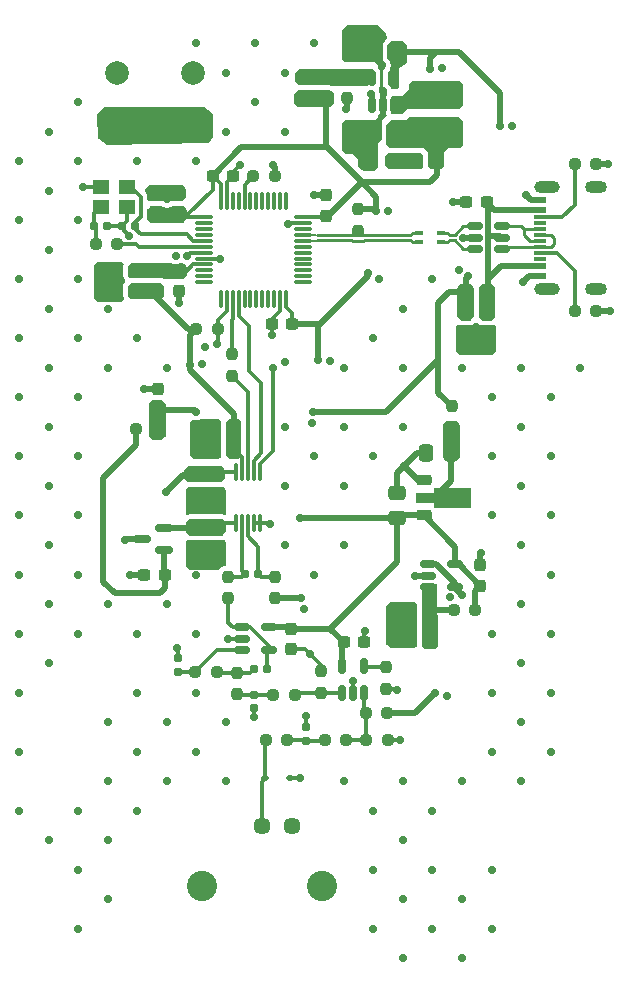
<source format=gbr>
%TF.GenerationSoftware,KiCad,Pcbnew,9.0.0*%
%TF.CreationDate,2025-02-25T08:09:40-06:00*%
%TF.ProjectId,Fatigue Test Board,46617469-6775-4652-9054-65737420426f,-*%
%TF.SameCoordinates,Original*%
%TF.FileFunction,Copper,L1,Top*%
%TF.FilePolarity,Positive*%
%FSLAX46Y46*%
G04 Gerber Fmt 4.6, Leading zero omitted, Abs format (unit mm)*
G04 Created by KiCad (PCBNEW 9.0.0) date 2025-02-25 08:09:40*
%MOMM*%
%LPD*%
G01*
G04 APERTURE LIST*
G04 Aperture macros list*
%AMRoundRect*
0 Rectangle with rounded corners*
0 $1 Rounding radius*
0 $2 $3 $4 $5 $6 $7 $8 $9 X,Y pos of 4 corners*
0 Add a 4 corners polygon primitive as box body*
4,1,4,$2,$3,$4,$5,$6,$7,$8,$9,$2,$3,0*
0 Add four circle primitives for the rounded corners*
1,1,$1+$1,$2,$3*
1,1,$1+$1,$4,$5*
1,1,$1+$1,$6,$7*
1,1,$1+$1,$8,$9*
0 Add four rect primitives between the rounded corners*
20,1,$1+$1,$2,$3,$4,$5,0*
20,1,$1+$1,$4,$5,$6,$7,0*
20,1,$1+$1,$6,$7,$8,$9,0*
20,1,$1+$1,$8,$9,$2,$3,0*%
%AMFreePoly0*
4,1,9,3.862500,-0.866500,0.737500,-0.866500,0.737500,-0.450000,-0.737500,-0.450000,-0.737500,0.450000,0.737500,0.450000,0.737500,0.866500,3.862500,0.866500,3.862500,-0.866500,3.862500,-0.866500,$1*%
G04 Aperture macros list end*
%TA.AperFunction,ComponentPad*%
%ADD10C,1.447800*%
%TD*%
%TA.AperFunction,ComponentPad*%
%ADD11C,2.565400*%
%TD*%
%TA.AperFunction,SMDPad,CuDef*%
%ADD12RoundRect,0.237500X0.300000X0.237500X-0.300000X0.237500X-0.300000X-0.237500X0.300000X-0.237500X0*%
%TD*%
%TA.AperFunction,SMDPad,CuDef*%
%ADD13RoundRect,0.237500X-0.237500X0.287500X-0.237500X-0.287500X0.237500X-0.287500X0.237500X0.287500X0*%
%TD*%
%TA.AperFunction,SMDPad,CuDef*%
%ADD14RoundRect,0.237500X-0.250000X-0.237500X0.250000X-0.237500X0.250000X0.237500X-0.250000X0.237500X0*%
%TD*%
%TA.AperFunction,SMDPad,CuDef*%
%ADD15RoundRect,0.237500X-0.300000X-0.237500X0.300000X-0.237500X0.300000X0.237500X-0.300000X0.237500X0*%
%TD*%
%TA.AperFunction,SMDPad,CuDef*%
%ADD16RoundRect,0.237500X-0.237500X0.300000X-0.237500X-0.300000X0.237500X-0.300000X0.237500X0.300000X0*%
%TD*%
%TA.AperFunction,SMDPad,CuDef*%
%ADD17R,1.140000X0.600000*%
%TD*%
%TA.AperFunction,SMDPad,CuDef*%
%ADD18R,1.140000X0.300000*%
%TD*%
%TA.AperFunction,ComponentPad*%
%ADD19O,2.150000X1.050000*%
%TD*%
%TA.AperFunction,ComponentPad*%
%ADD20O,1.850000X1.050000*%
%TD*%
%TA.AperFunction,SMDPad,CuDef*%
%ADD21RoundRect,0.237500X0.237500X-0.300000X0.237500X0.300000X-0.237500X0.300000X-0.237500X-0.300000X0*%
%TD*%
%TA.AperFunction,SMDPad,CuDef*%
%ADD22RoundRect,0.237500X-0.237500X0.250000X-0.237500X-0.250000X0.237500X-0.250000X0.237500X0.250000X0*%
%TD*%
%TA.AperFunction,SMDPad,CuDef*%
%ADD23RoundRect,0.150000X-0.512500X-0.150000X0.512500X-0.150000X0.512500X0.150000X-0.512500X0.150000X0*%
%TD*%
%TA.AperFunction,SMDPad,CuDef*%
%ADD24RoundRect,0.150000X0.587500X0.150000X-0.587500X0.150000X-0.587500X-0.150000X0.587500X-0.150000X0*%
%TD*%
%TA.AperFunction,SMDPad,CuDef*%
%ADD25RoundRect,0.237500X0.250000X0.237500X-0.250000X0.237500X-0.250000X-0.237500X0.250000X-0.237500X0*%
%TD*%
%TA.AperFunction,SMDPad,CuDef*%
%ADD26RoundRect,0.237500X-0.287500X-0.237500X0.287500X-0.237500X0.287500X0.237500X-0.287500X0.237500X0*%
%TD*%
%TA.AperFunction,SMDPad,CuDef*%
%ADD27R,0.750000X0.400000*%
%TD*%
%TA.AperFunction,ComponentPad*%
%ADD28C,2.000000*%
%TD*%
%TA.AperFunction,SMDPad,CuDef*%
%ADD29RoundRect,0.155000X-0.212500X-0.155000X0.212500X-0.155000X0.212500X0.155000X-0.212500X0.155000X0*%
%TD*%
%TA.AperFunction,SMDPad,CuDef*%
%ADD30RoundRect,0.250000X0.337500X0.475000X-0.337500X0.475000X-0.337500X-0.475000X0.337500X-0.475000X0*%
%TD*%
%TA.AperFunction,SMDPad,CuDef*%
%ADD31R,1.400000X1.200000*%
%TD*%
%TA.AperFunction,SMDPad,CuDef*%
%ADD32RoundRect,0.075000X-0.662500X-0.075000X0.662500X-0.075000X0.662500X0.075000X-0.662500X0.075000X0*%
%TD*%
%TA.AperFunction,SMDPad,CuDef*%
%ADD33RoundRect,0.075000X-0.075000X-0.662500X0.075000X-0.662500X0.075000X0.662500X-0.075000X0.662500X0*%
%TD*%
%TA.AperFunction,SMDPad,CuDef*%
%ADD34RoundRect,0.155000X0.155000X-0.212500X0.155000X0.212500X-0.155000X0.212500X-0.155000X-0.212500X0*%
%TD*%
%TA.AperFunction,SMDPad,CuDef*%
%ADD35RoundRect,0.237500X0.237500X-0.250000X0.237500X0.250000X-0.237500X0.250000X-0.237500X-0.250000X0*%
%TD*%
%TA.AperFunction,SMDPad,CuDef*%
%ADD36RoundRect,0.150000X0.150000X-0.512500X0.150000X0.512500X-0.150000X0.512500X-0.150000X-0.512500X0*%
%TD*%
%TA.AperFunction,SMDPad,CuDef*%
%ADD37RoundRect,0.237500X0.287500X0.237500X-0.287500X0.237500X-0.287500X-0.237500X0.287500X-0.237500X0*%
%TD*%
%TA.AperFunction,SMDPad,CuDef*%
%ADD38RoundRect,0.035000X0.105000X-0.700000X0.105000X0.700000X-0.105000X0.700000X-0.105000X-0.700000X0*%
%TD*%
%TA.AperFunction,SMDPad,CuDef*%
%ADD39RoundRect,0.155000X-0.155000X0.212500X-0.155000X-0.212500X0.155000X-0.212500X0.155000X0.212500X0*%
%TD*%
%TA.AperFunction,SMDPad,CuDef*%
%ADD40RoundRect,0.250000X0.475000X-0.337500X0.475000X0.337500X-0.475000X0.337500X-0.475000X-0.337500X0*%
%TD*%
%TA.AperFunction,SMDPad,CuDef*%
%ADD41RoundRect,0.112500X-0.187500X-0.112500X0.187500X-0.112500X0.187500X0.112500X-0.187500X0.112500X0*%
%TD*%
%TA.AperFunction,SMDPad,CuDef*%
%ADD42RoundRect,0.155000X0.212500X0.155000X-0.212500X0.155000X-0.212500X-0.155000X0.212500X-0.155000X0*%
%TD*%
%TA.AperFunction,SMDPad,CuDef*%
%ADD43RoundRect,0.225000X-0.425000X-0.225000X0.425000X-0.225000X0.425000X0.225000X-0.425000X0.225000X0*%
%TD*%
%TA.AperFunction,SMDPad,CuDef*%
%ADD44FreePoly0,0.000000*%
%TD*%
%TA.AperFunction,SMDPad,CuDef*%
%ADD45R,4.000000X1.900000*%
%TD*%
%TA.AperFunction,ViaPad*%
%ADD46C,0.700000*%
%TD*%
%TA.AperFunction,Conductor*%
%ADD47C,0.300000*%
%TD*%
%TA.AperFunction,Conductor*%
%ADD48C,0.500000*%
%TD*%
%TA.AperFunction,Conductor*%
%ADD49C,0.284000*%
%TD*%
%TA.AperFunction,Conductor*%
%ADD50C,0.200000*%
%TD*%
G04 APERTURE END LIST*
D10*
%TO.P,J300,1,In*%
%TO.N,/ADC/IN*%
X140507400Y-127210903D03*
%TO.P,J300,2,Ext*%
%TO.N,GND*%
X143047400Y-127210903D03*
D11*
%TO.P,J300,3*%
%TO.N,N/C*%
X135427400Y-132290903D03*
%TO.P,J300,4*%
X145587400Y-132290903D03*
%TD*%
D12*
%TO.P,C207,2*%
%TO.N,GND*%
X128102500Y-81932500D03*
%TO.P,C207,1*%
%TO.N,+3V3*%
X129827500Y-81932500D03*
%TD*%
%TO.P,C206,2*%
%TO.N,GND*%
X128102500Y-80182500D03*
%TO.P,C206,1*%
%TO.N,VDDA*%
X129827500Y-80182500D03*
%TD*%
D13*
%TO.P,L200,2,2*%
%TO.N,+3V3*%
X131557500Y-81910000D03*
%TO.P,L200,1,1*%
%TO.N,VDDA*%
X131557500Y-80160000D03*
%TD*%
D14*
%TO.P,R300,1*%
%TO.N,/ADC/IN*%
X140827500Y-119932500D03*
%TO.P,R300,2*%
%TO.N,/ADC/RF_OUT*%
X142652500Y-119932500D03*
%TD*%
D15*
%TO.P,C201,1*%
%TO.N,+3V3*%
X136352500Y-72182500D03*
%TO.P,C201,2*%
%TO.N,GND*%
X138077500Y-72182500D03*
%TD*%
D16*
%TO.P,C307,1*%
%TO.N,+3.3VA*%
X136577500Y-97470000D03*
%TO.P,C307,2*%
%TO.N,GND*%
X136577500Y-99195000D03*
%TD*%
D17*
%TO.P,J200,A1_B12,GND_A*%
%TO.N,GND*%
X164107500Y-80632500D03*
%TO.P,J200,A4_B9,VBUS_A*%
%TO.N,VBUS*%
X164107500Y-79832500D03*
D18*
%TO.P,J200,A5,CC1*%
%TO.N,/MCU/USB_CONN_CC1*%
X164107500Y-78682500D03*
%TO.P,J200,A6,DP1*%
%TO.N,/MCU/USB_CONN_D+*%
X164107500Y-77682500D03*
%TO.P,J200,A7,DN1*%
%TO.N,/MCU/USB_CONN_D-*%
X164107500Y-77182500D03*
%TO.P,J200,A8,SBU1*%
%TO.N,unconnected-(J200-SBU1-PadA8)*%
X164107500Y-76182500D03*
D17*
%TO.P,J200,B1_A12,GND_B*%
%TO.N,GND*%
X164107500Y-74232500D03*
%TO.P,J200,B4_A9,VBUS_B*%
%TO.N,VBUS*%
X164107500Y-75032500D03*
D18*
%TO.P,J200,B5,CC2*%
%TO.N,/MCU/USB_CONN_CC2*%
X164107500Y-75682500D03*
%TO.P,J200,B6,DP2*%
%TO.N,/MCU/USB_CONN_D+*%
X164107500Y-76682500D03*
%TO.P,J200,B7,DN2*%
%TO.N,/MCU/USB_CONN_D-*%
X164107500Y-78182500D03*
%TO.P,J200,B8,SBU2*%
%TO.N,unconnected-(J200-SBU2-PadB8)*%
X164107500Y-79182500D03*
D19*
%TO.P,J200,SH1,SHIELD*%
%TO.N,unconnected-(J200-SHIELD-PadSH1)*%
X164677500Y-81752500D03*
%TO.P,J200,SH2,SHIELD__1*%
%TO.N,unconnected-(J200-SHIELD__1-PadSH2)*%
X164677500Y-73112500D03*
D20*
%TO.P,J200,SH3,SHIELD__2*%
%TO.N,unconnected-(J200-SHIELD__2-PadSH3)*%
X168827500Y-81752500D03*
%TO.P,J200,SH4,SHIELD__3*%
%TO.N,unconnected-(J200-SHIELD__3-PadSH4)*%
X168827500Y-73112500D03*
%TD*%
D21*
%TO.P,C310,1*%
%TO.N,+5V*%
X131690000Y-91982500D03*
%TO.P,C310,2*%
%TO.N,GND*%
X131690000Y-90257500D03*
%TD*%
D16*
%TO.P,C306,1*%
%TO.N,+3.3VA*%
X134827500Y-97470000D03*
%TO.P,C306,2*%
%TO.N,GND*%
X134827500Y-99195000D03*
%TD*%
D22*
%TO.P,R306,1*%
%TO.N,/ADC/ADC_IN+*%
X137627500Y-106127500D03*
%TO.P,R306,2*%
%TO.N,/ADC/AA_BUF_OUT*%
X137627500Y-107952500D03*
%TD*%
D16*
%TO.P,C312,1*%
%TO.N,/ADC/ADC_VREF*%
X134827500Y-101970000D03*
%TO.P,C312,2*%
%TO.N,GND*%
X134827500Y-103695000D03*
%TD*%
D22*
%TO.P,R304,1*%
%TO.N,/ADC/STG2*%
X138385000Y-114252500D03*
%TO.P,R304,2*%
%TO.N,/ADC/STG1*%
X138385000Y-116077500D03*
%TD*%
D12*
%TO.P,C203,1*%
%TO.N,+3V3*%
X143077500Y-84682500D03*
%TO.P,C203,2*%
%TO.N,GND*%
X141352500Y-84682500D03*
%TD*%
D23*
%TO.P,U301,1*%
%TO.N,/ADC/AA_BUF_OUT*%
X138860000Y-110415000D03*
%TO.P,U301,2,V-*%
%TO.N,GND*%
X138860000Y-111365000D03*
%TO.P,U301,3,+*%
%TO.N,/ADC/IN_AA_BUF*%
X138860000Y-112315000D03*
%TO.P,U301,4,-*%
%TO.N,/ADC/AA_BUF_OUT*%
X141135000Y-112315000D03*
%TO.P,U301,5,V+*%
%TO.N,+3.3VA*%
X141135000Y-110415000D03*
%TD*%
D12*
%TO.P,C309,1*%
%TO.N,+3V3*%
X138190000Y-93582500D03*
%TO.P,C309,2*%
%TO.N,GND*%
X136465000Y-93582500D03*
%TD*%
D16*
%TO.P,C205,1*%
%TO.N,VDDA*%
X133465000Y-80207500D03*
%TO.P,C205,2*%
%TO.N,GND*%
X133465000Y-81932500D03*
%TD*%
D24*
%TO.P,U303,1,IN*%
%TO.N,/ADC/ADC_VREF_VIN*%
X132225000Y-103895000D03*
%TO.P,U303,2,OUT*%
%TO.N,/ADC/ADC_VREF*%
X132225000Y-101995000D03*
%TO.P,U303,3,GND*%
%TO.N,GND*%
X130350000Y-102945000D03*
%TD*%
D16*
%TO.P,C313,1*%
%TO.N,/ADC/ADC_VREF*%
X136577500Y-101970000D03*
%TO.P,C313,2*%
%TO.N,GND*%
X136577500Y-103695000D03*
%TD*%
D14*
%TO.P,R200,1*%
%TO.N,/MCU/USB_CONN_CC1*%
X167015000Y-83652500D03*
%TO.P,R200,2*%
%TO.N,GND*%
X168840000Y-83652500D03*
%TD*%
D16*
%TO.P,C102,1*%
%TO.N,+5V*%
X157677500Y-83652500D03*
%TO.P,C102,2*%
%TO.N,GND*%
X157677500Y-85377500D03*
%TD*%
D12*
%TO.P,C311,1*%
%TO.N,/ADC/ADC_VREF_VIN*%
X132302500Y-105945000D03*
%TO.P,C311,2*%
%TO.N,GND*%
X130577500Y-105945000D03*
%TD*%
D25*
%TO.P,R203,1*%
%TO.N,SPI1_NSS*%
X136790000Y-85182500D03*
%TO.P,R203,2*%
%TO.N,+3V3*%
X134965000Y-85182500D03*
%TD*%
D26*
%TO.P,D100,1,K*%
%TO.N,/Power/LED_PWR*%
X153577500Y-70932500D03*
%TO.P,D100,2,A*%
%TO.N,+3V3*%
X155327500Y-70932500D03*
%TD*%
D27*
%TO.P,FL200,1*%
%TO.N,/MCU/USB_CMC_D-*%
X155677500Y-77802500D03*
%TO.P,FL200,2*%
%TO.N,/MCU/USB_CMC_D+*%
X155677500Y-77002500D03*
%TO.P,FL200,3*%
%TO.N,/MCU/USB_D+*%
X153827500Y-77002500D03*
%TO.P,FL200,4*%
%TO.N,/MCU/USB_D-*%
X153827500Y-77802500D03*
%TD*%
D23*
%TO.P,U201,1,I/O1*%
%TO.N,/MCU/USB_CMC_D+*%
X158540000Y-76452500D03*
%TO.P,U201,2,GND*%
%TO.N,GND*%
X158540000Y-77402500D03*
%TO.P,U201,3,I/O2*%
%TO.N,/MCU/USB_CMC_D-*%
X158540000Y-78352500D03*
%TO.P,U201,4,I/O2*%
%TO.N,/MCU/USB_CONN_D-*%
X160815000Y-78352500D03*
%TO.P,U201,5,VBUS*%
%TO.N,VBUS*%
X160815000Y-77402500D03*
%TO.P,U201,6,I/O1*%
%TO.N,/MCU/USB_CONN_D+*%
X160815000Y-76452500D03*
%TD*%
D16*
%TO.P,C300,1*%
%TO.N,+3.3VA*%
X142965000Y-110502500D03*
%TO.P,C300,2*%
%TO.N,GND*%
X142965000Y-112227500D03*
%TD*%
D28*
%TO.P,SW200,1,1*%
%TO.N,GND*%
X128215000Y-63432500D03*
X134715000Y-63432500D03*
%TO.P,SW200,2,2*%
%TO.N,/MCU/NRST*%
X128215000Y-67932500D03*
X134715000Y-67932500D03*
%TD*%
D29*
%TO.P,C301,1*%
%TO.N,/ADC/STG2*%
X139817500Y-113915000D03*
%TO.P,C301,2*%
%TO.N,/ADC/AA_BUF_OUT*%
X140952500Y-113915000D03*
%TD*%
D14*
%TO.P,R303,1*%
%TO.N,/ADC/STG1*%
X141472500Y-116165000D03*
%TO.P,R303,2*%
%TO.N,/ADC/SUM_OUT*%
X143297500Y-116165000D03*
%TD*%
D30*
%TO.P,C106,1*%
%TO.N,+5V*%
X151740000Y-61682500D03*
%TO.P,C106,2*%
%TO.N,GND*%
X149665000Y-61682500D03*
%TD*%
D31*
%TO.P,Y200,1,1*%
%TO.N,/MCU/HSE_IN*%
X129065000Y-73082500D03*
%TO.P,Y200,2,2*%
%TO.N,GND*%
X126865000Y-73082500D03*
%TO.P,Y200,3,3*%
%TO.N,/MCU/XTAL_IN*%
X126865000Y-74782500D03*
%TO.P,Y200,4,4*%
%TO.N,GND*%
X129065000Y-74782500D03*
%TD*%
D32*
%TO.P,U200,1,VBAT*%
%TO.N,+3V3*%
X135640000Y-75682500D03*
%TO.P,U200,2,PC13*%
%TO.N,unconnected-(U200-PC13-Pad2)*%
X135640000Y-76182500D03*
%TO.P,U200,3,PC14*%
%TO.N,unconnected-(U200-PC14-Pad3)*%
X135640000Y-76682500D03*
%TO.P,U200,4,PC15*%
%TO.N,unconnected-(U200-PC15-Pad4)*%
X135640000Y-77182500D03*
%TO.P,U200,5,PD0*%
%TO.N,/MCU/HSE_IN*%
X135640000Y-77682500D03*
%TO.P,U200,6,PD1*%
%TO.N,/MCU/HSE_OUT*%
X135640000Y-78182500D03*
%TO.P,U200,7,NRST*%
%TO.N,/MCU/NRST*%
X135640000Y-78682500D03*
%TO.P,U200,8,VSSA*%
%TO.N,GND*%
X135640000Y-79182500D03*
%TO.P,U200,9,VDDA*%
%TO.N,VDDA*%
X135640000Y-79682500D03*
%TO.P,U200,10,PA0*%
%TO.N,unconnected-(U200-PA0-Pad10)*%
X135640000Y-80182500D03*
%TO.P,U200,11,PA1*%
%TO.N,unconnected-(U200-PA1-Pad11)*%
X135640000Y-80682500D03*
%TO.P,U200,12,PA2*%
%TO.N,unconnected-(U200-PA2-Pad12)*%
X135640000Y-81182500D03*
D33*
%TO.P,U200,13,PA3*%
%TO.N,unconnected-(U200-PA3-Pad13)*%
X137052500Y-82595000D03*
%TO.P,U200,14,PA4*%
%TO.N,SPI1_NSS*%
X137552500Y-82595000D03*
%TO.P,U200,15,PA5*%
%TO.N,SPI1_SCK*%
X138052500Y-82595000D03*
%TO.P,U200,16,PA6*%
%TO.N,SPI1_MISO*%
X138552500Y-82595000D03*
%TO.P,U200,17,PA7*%
%TO.N,unconnected-(U200-PA7-Pad17)*%
X139052500Y-82595000D03*
%TO.P,U200,18,PB0*%
%TO.N,unconnected-(U200-PB0-Pad18)*%
X139552500Y-82595000D03*
%TO.P,U200,19,PB1*%
%TO.N,unconnected-(U200-PB1-Pad19)*%
X140052500Y-82595000D03*
%TO.P,U200,20,PB2*%
%TO.N,unconnected-(U200-PB2-Pad20)*%
X140552500Y-82595000D03*
%TO.P,U200,21,PB10*%
%TO.N,unconnected-(U200-PB10-Pad21)*%
X141052500Y-82595000D03*
%TO.P,U200,22,PB11*%
%TO.N,unconnected-(U200-PB11-Pad22)*%
X141552500Y-82595000D03*
%TO.P,U200,23,VSS*%
%TO.N,GND*%
X142052500Y-82595000D03*
%TO.P,U200,24,VDD*%
%TO.N,+3V3*%
X142552500Y-82595000D03*
D32*
%TO.P,U200,25,PB12*%
%TO.N,unconnected-(U200-PB12-Pad25)*%
X143965000Y-81182500D03*
%TO.P,U200,26,PB13*%
%TO.N,unconnected-(U200-PB13-Pad26)*%
X143965000Y-80682500D03*
%TO.P,U200,27,PB14*%
%TO.N,unconnected-(U200-PB14-Pad27)*%
X143965000Y-80182500D03*
%TO.P,U200,28,PB15*%
%TO.N,unconnected-(U200-PB15-Pad28)*%
X143965000Y-79682500D03*
%TO.P,U200,29,PA8*%
%TO.N,unconnected-(U200-PA8-Pad29)*%
X143965000Y-79182500D03*
%TO.P,U200,30,PA9*%
%TO.N,unconnected-(U200-PA9-Pad30)*%
X143965000Y-78682500D03*
%TO.P,U200,31,PA10*%
%TO.N,unconnected-(U200-PA10-Pad31)*%
X143965000Y-78182500D03*
%TO.P,U200,32,PA11*%
%TO.N,/MCU/USB_D-*%
X143965000Y-77682500D03*
%TO.P,U200,33,PA12*%
%TO.N,/MCU/USB_D+*%
X143965000Y-77182500D03*
%TO.P,U200,34,PA13*%
%TO.N,unconnected-(U200-PA13-Pad34)*%
X143965000Y-76682500D03*
%TO.P,U200,35,VSS*%
%TO.N,GND*%
X143965000Y-76182500D03*
%TO.P,U200,36,VDD*%
%TO.N,+3V3*%
X143965000Y-75682500D03*
D33*
%TO.P,U200,37,PA14*%
%TO.N,unconnected-(U200-PA14-Pad37)*%
X142552500Y-74270000D03*
%TO.P,U200,38,PA15*%
%TO.N,unconnected-(U200-PA15-Pad38)*%
X142052500Y-74270000D03*
%TO.P,U200,39,PB3*%
%TO.N,unconnected-(U200-PB3-Pad39)*%
X141552500Y-74270000D03*
%TO.P,U200,40,PB4*%
%TO.N,unconnected-(U200-PB4-Pad40)*%
X141052500Y-74270000D03*
%TO.P,U200,41,PB5*%
%TO.N,unconnected-(U200-PB5-Pad41)*%
X140552500Y-74270000D03*
%TO.P,U200,42,PB6*%
%TO.N,unconnected-(U200-PB6-Pad42)*%
X140052500Y-74270000D03*
%TO.P,U200,43,PB7*%
%TO.N,unconnected-(U200-PB7-Pad43)*%
X139552500Y-74270000D03*
%TO.P,U200,44,BOOT0*%
%TO.N,/MCU/BOOT0*%
X139052500Y-74270000D03*
%TO.P,U200,45,PB8*%
%TO.N,unconnected-(U200-PB8-Pad45)*%
X138552500Y-74270000D03*
%TO.P,U200,46,PB9*%
%TO.N,unconnected-(U200-PB9-Pad46)*%
X138052500Y-74270000D03*
%TO.P,U200,47,VSS*%
%TO.N,GND*%
X137552500Y-74270000D03*
%TO.P,U200,48,VDD*%
%TO.N,+3V3*%
X137052500Y-74270000D03*
%TD*%
D34*
%TO.P,C302,1*%
%TO.N,/ADC/RF_OUT*%
X144240000Y-120000000D03*
%TO.P,C302,2*%
%TO.N,GND*%
X144240000Y-118865000D03*
%TD*%
D14*
%TO.P,R301,1*%
%TO.N,/ADC/RF_OUT*%
X145827500Y-119932500D03*
%TO.P,R301,2*%
%TO.N,/ADC/IN_SUM*%
X147652500Y-119932500D03*
%TD*%
D22*
%TO.P,R310,1*%
%TO.N,/ADC/ADC_IN-*%
X141627500Y-106127500D03*
%TO.P,R310,2*%
%TO.N,VCOM*%
X141627500Y-107952500D03*
%TD*%
D35*
%TO.P,R309,1*%
%TO.N,/ADC/SUM_OUT*%
X145490000Y-115932500D03*
%TO.P,R309,2*%
%TO.N,GND*%
X145490000Y-114107500D03*
%TD*%
D14*
%TO.P,R307,1*%
%TO.N,/ADC/IN_SUM*%
X149340000Y-119932500D03*
%TO.P,R307,2*%
%TO.N,GND*%
X151165000Y-119932500D03*
%TD*%
%TO.P,R102,1*%
%TO.N,GND*%
X152927500Y-108932500D03*
%TO.P,R102,2*%
%TO.N,/Power/VREF*%
X154752500Y-108932500D03*
%TD*%
D36*
%TO.P,U102,1,EN*%
%TO.N,+5V*%
X149802500Y-66207500D03*
%TO.P,U102,2,GND*%
%TO.N,GND*%
X150752500Y-66207500D03*
%TO.P,U102,3,SW*%
%TO.N,/Power/BUCK_SW_3V3*%
X151702500Y-66207500D03*
%TO.P,U102,4,VIN*%
%TO.N,+5V*%
X151702500Y-63932500D03*
%TO.P,U102,5,FB*%
%TO.N,/Power/BUCK_FB_3V3*%
X149802500Y-63932500D03*
%TD*%
D37*
%TO.P,L100,1,1*%
%TO.N,VBUS*%
X159552500Y-82015000D03*
%TO.P,L100,2,2*%
%TO.N,+5V*%
X157802500Y-82015000D03*
%TD*%
D25*
%TO.P,R311,1*%
%TO.N,+5V*%
X131690000Y-93620000D03*
%TO.P,R311,2*%
%TO.N,/ADC/ADC_VREF_VIN*%
X129865000Y-93620000D03*
%TD*%
D38*
%TO.P,U302,1,VREF*%
%TO.N,/ADC/ADC_VREF*%
X138327500Y-101582500D03*
%TO.P,U302,2,+IN*%
%TO.N,/ADC/ADC_IN+*%
X138827500Y-101582500D03*
%TO.P,U302,3,-IN*%
%TO.N,/ADC/ADC_IN-*%
X139327500Y-101582500D03*
%TO.P,U302,4,GND*%
%TO.N,GND*%
X139827500Y-101582500D03*
%TO.P,U302,5,GND*%
X140327500Y-101582500D03*
%TO.P,U302,6,NCS*%
%TO.N,SPI1_NSS*%
X140327500Y-97282500D03*
%TO.P,U302,7,DOUT*%
%TO.N,SPI1_MISO*%
X139827500Y-97282500D03*
%TO.P,U302,8,SCLK*%
%TO.N,/ADC/ADC_SCLK*%
X139327500Y-97282500D03*
%TO.P,U302,9,VIO*%
%TO.N,+3V3*%
X138827500Y-97282500D03*
%TO.P,U302,10,VA*%
%TO.N,+3.3VA*%
X138327500Y-97282500D03*
%TD*%
D12*
%TO.P,C210,1*%
%TO.N,VBUS*%
X159540000Y-74402500D03*
%TO.P,C210,2*%
%TO.N,GND*%
X157815000Y-74402500D03*
%TD*%
D23*
%TO.P,U101,1*%
%TO.N,VCOM*%
X154615000Y-105070000D03*
%TO.P,U101,2,V-*%
%TO.N,GND*%
X154615000Y-106020000D03*
%TO.P,U101,3,+*%
%TO.N,/Power/VREF*%
X154615000Y-106970000D03*
%TO.P,U101,4,-*%
%TO.N,VCOM*%
X156890000Y-106970000D03*
%TO.P,U101,5,V+*%
%TO.N,+3.3VA*%
X156890000Y-105070000D03*
%TD*%
D39*
%TO.P,C303,1*%
%TO.N,/ADC/STG1*%
X139885000Y-116097500D03*
%TO.P,C303,2*%
%TO.N,GND*%
X139885000Y-117232500D03*
%TD*%
D30*
%TO.P,C107,1*%
%TO.N,+3V3*%
X151790000Y-68432500D03*
%TO.P,C107,2*%
%TO.N,GND*%
X149715000Y-68432500D03*
%TD*%
D29*
%TO.P,C305,1*%
%TO.N,/ADC/ADC_IN+*%
X139060000Y-105877500D03*
%TO.P,C305,2*%
%TO.N,/ADC/ADC_IN-*%
X140195000Y-105877500D03*
%TD*%
D30*
%TO.P,C103,1*%
%TO.N,/Power/LDO_IN*%
X156490000Y-95682500D03*
%TO.P,C103,2*%
%TO.N,GND*%
X154415000Y-95682500D03*
%TD*%
D21*
%TO.P,C204,1*%
%TO.N,+3V3*%
X133465000Y-75407500D03*
%TO.P,C204,2*%
%TO.N,GND*%
X133465000Y-73682500D03*
%TD*%
D25*
%TO.P,R202,1*%
%TO.N,GND*%
X141627500Y-72182500D03*
%TO.P,R202,2*%
%TO.N,/MCU/BOOT0*%
X139802500Y-72182500D03*
%TD*%
D15*
%TO.P,C314,1*%
%TO.N,+3.3VA*%
X147465000Y-111682500D03*
%TO.P,C314,2*%
%TO.N,GND*%
X149190000Y-111682500D03*
%TD*%
D35*
%TO.P,R105,1*%
%TO.N,GND*%
X147702500Y-65595000D03*
%TO.P,R105,2*%
%TO.N,/Power/BUCK_FB_3V3*%
X147702500Y-63770000D03*
%TD*%
D25*
%TO.P,R204,1*%
%TO.N,/MCU/HSE_OUT*%
X128290000Y-77932500D03*
%TO.P,R204,2*%
%TO.N,/MCU/XTAL_IN*%
X126465000Y-77932500D03*
%TD*%
D16*
%TO.P,C100,1*%
%TO.N,GND*%
X159002500Y-105157500D03*
%TO.P,C100,2*%
%TO.N,+3.3VA*%
X159002500Y-106882500D03*
%TD*%
D22*
%TO.P,R100,1*%
%TO.N,+5V*%
X156590000Y-91682500D03*
%TO.P,R100,2*%
%TO.N,/Power/LDO_IN*%
X156590000Y-93507500D03*
%TD*%
D21*
%TO.P,C200,1*%
%TO.N,+3V3*%
X131465000Y-75432500D03*
%TO.P,C200,2*%
%TO.N,GND*%
X131465000Y-73707500D03*
%TD*%
%TO.P,C108,1*%
%TO.N,+3V3*%
X144202500Y-65545000D03*
%TO.P,C108,2*%
%TO.N,/Power/BUCK_FB_3V3*%
X144202500Y-63820000D03*
%TD*%
D16*
%TO.P,C101,1*%
%TO.N,VBUS*%
X159677500Y-83652500D03*
%TO.P,C101,2*%
%TO.N,GND*%
X159677500Y-85377500D03*
%TD*%
D22*
%TO.P,R103,1*%
%TO.N,/Power/BUCK_FB_3V3*%
X145952500Y-63770000D03*
%TO.P,R103,2*%
%TO.N,+3V3*%
X145952500Y-65595000D03*
%TD*%
D40*
%TO.P,C104,1*%
%TO.N,+3.3VA*%
X151952500Y-101125000D03*
%TO.P,C104,2*%
%TO.N,GND*%
X151952500Y-99050000D03*
%TD*%
D29*
%TO.P,C209,1*%
%TO.N,/MCU/XTAL_IN*%
X126310000Y-76432500D03*
%TO.P,C209,2*%
%TO.N,GND*%
X127445000Y-76432500D03*
%TD*%
D41*
%TO.P,D300,1,A1*%
%TO.N,/ADC/IN*%
X140802500Y-123182500D03*
%TO.P,D300,2,A2*%
%TO.N,GND*%
X142902500Y-123182500D03*
%TD*%
D30*
%TO.P,C105,1*%
%TO.N,/Power/VREF*%
X154790000Y-111182500D03*
%TO.P,C105,2*%
%TO.N,GND*%
X152715000Y-111182500D03*
%TD*%
D42*
%TO.P,C208,1*%
%TO.N,/MCU/HSE_IN*%
X129782500Y-76432500D03*
%TO.P,C208,2*%
%TO.N,GND*%
X128647500Y-76432500D03*
%TD*%
D36*
%TO.P,U300,1*%
%TO.N,/ADC/SUM_OUT*%
X147290000Y-115957500D03*
%TO.P,U300,2,V-*%
%TO.N,GND*%
X148240000Y-115957500D03*
%TO.P,U300,3,+*%
%TO.N,/ADC/IN_SUM*%
X149190000Y-115957500D03*
%TO.P,U300,4,-*%
%TO.N,/ADC/SUM-*%
X149190000Y-113682500D03*
%TO.P,U300,5,V+*%
%TO.N,+3.3VA*%
X147290000Y-113682500D03*
%TD*%
D14*
%TO.P,R305,1*%
%TO.N,/ADC/IN_AA_BUF*%
X134885000Y-114165000D03*
%TO.P,R305,2*%
%TO.N,/ADC/STG2*%
X136710000Y-114165000D03*
%TD*%
D43*
%TO.P,U100,1,GND*%
%TO.N,GND*%
X154252500Y-97932500D03*
D44*
%TO.P,U100,2,VIN*%
%TO.N,/Power/LDO_IN*%
X154340000Y-99432500D03*
D43*
%TO.P,U100,3,VOUT*%
%TO.N,+3.3VA*%
X154252500Y-100932500D03*
%TD*%
D45*
%TO.P,L101,1,1*%
%TO.N,/Power/BUCK_SW_3V3*%
X155202500Y-65382500D03*
%TO.P,L101,2,2*%
%TO.N,+3V3*%
X155202500Y-68482500D03*
%TD*%
D14*
%TO.P,R201,1*%
%TO.N,/MCU/USB_CONN_CC2*%
X167015000Y-71152500D03*
%TO.P,R201,2*%
%TO.N,GND*%
X168840000Y-71152500D03*
%TD*%
D21*
%TO.P,C202,1*%
%TO.N,+3V3*%
X145965000Y-75545000D03*
%TO.P,C202,2*%
%TO.N,GND*%
X145965000Y-73820000D03*
%TD*%
D22*
%TO.P,R312,1*%
%TO.N,SPI1_SCK*%
X137965000Y-87270000D03*
%TO.P,R312,2*%
%TO.N,/ADC/ADC_SCLK*%
X137965000Y-89095000D03*
%TD*%
D25*
%TO.P,R302,1*%
%TO.N,VCOM*%
X151152500Y-117682500D03*
%TO.P,R302,2*%
%TO.N,/ADC/IN_SUM*%
X149327500Y-117682500D03*
%TD*%
D22*
%TO.P,R205,1*%
%TO.N,+3V3*%
X148665000Y-75020000D03*
%TO.P,R205,2*%
%TO.N,/MCU/USB_D+*%
X148665000Y-76845000D03*
%TD*%
D34*
%TO.P,C304,1*%
%TO.N,/ADC/IN_AA_BUF*%
X133385000Y-114165000D03*
%TO.P,C304,2*%
%TO.N,GND*%
X133385000Y-113030000D03*
%TD*%
D22*
%TO.P,R308,1*%
%TO.N,/ADC/SUM-*%
X150990000Y-113770000D03*
%TO.P,R308,2*%
%TO.N,GND*%
X150990000Y-115595000D03*
%TD*%
D14*
%TO.P,R104,1*%
%TO.N,GND*%
X149790000Y-70932500D03*
%TO.P,R104,2*%
%TO.N,/Power/LED_PWR*%
X151615000Y-70932500D03*
%TD*%
%TO.P,R101,1*%
%TO.N,/Power/VREF*%
X156765000Y-108932500D03*
%TO.P,R101,2*%
%TO.N,+3.3VA*%
X158590000Y-108932500D03*
%TD*%
D12*
%TO.P,C308,1*%
%TO.N,+3V3*%
X138190000Y-95332500D03*
%TO.P,C308,2*%
%TO.N,GND*%
X136465000Y-95332500D03*
%TD*%
D46*
%TO.N,GND*%
X142465000Y-68432500D03*
X137465000Y-63432500D03*
X134965000Y-60932500D03*
X139965000Y-60932500D03*
X144965000Y-60932500D03*
X142465000Y-63432500D03*
X139965000Y-65932500D03*
X137465000Y-68432500D03*
X134965000Y-70932500D03*
X124965000Y-75932500D03*
X124965000Y-80932500D03*
X129965000Y-70932500D03*
X124965000Y-65932500D03*
X122465000Y-68432500D03*
X124965000Y-70932500D03*
X119965000Y-70932500D03*
X122465000Y-73432500D03*
X122465000Y-78432500D03*
X119965000Y-75932500D03*
X119965000Y-80932500D03*
X127465000Y-83432500D03*
X122465000Y-83432500D03*
X124965000Y-85932500D03*
X129965000Y-85932500D03*
X132465000Y-88432500D03*
X127465000Y-88432500D03*
X124965000Y-90932500D03*
X124965000Y-95932500D03*
X124965000Y-100932500D03*
X124965000Y-105932500D03*
X122465000Y-103432500D03*
X122465000Y-98432500D03*
X122465000Y-93432500D03*
X122465000Y-88432500D03*
X119965000Y-85932500D03*
X119965000Y-90932500D03*
X119965000Y-95932500D03*
X119965000Y-100932500D03*
X119965000Y-105932500D03*
X124965000Y-110932500D03*
X122465000Y-113432500D03*
X127465000Y-133432500D03*
X124965000Y-135932500D03*
X124965000Y-130932500D03*
X129965000Y-125932500D03*
X127465000Y-128432500D03*
X124965000Y-125932500D03*
X122465000Y-128432500D03*
X119965000Y-125932500D03*
X119965000Y-120932500D03*
X119965000Y-115932500D03*
X119965000Y-110932500D03*
X122465000Y-108432500D03*
X134965000Y-105932500D03*
X132465000Y-108432500D03*
X127465000Y-108432500D03*
X134965000Y-110932500D03*
X129965000Y-110932500D03*
X134965000Y-115932500D03*
X129965000Y-115932500D03*
X127465000Y-118432500D03*
X137465000Y-118432500D03*
X132465000Y-118432500D03*
X134965000Y-120932500D03*
X129965000Y-120932500D03*
X127465000Y-123432500D03*
X132465000Y-123432500D03*
X137465000Y-123432500D03*
X142465000Y-103432500D03*
X144965000Y-105932500D03*
X147465000Y-103432500D03*
X147465000Y-93432500D03*
X142465000Y-93432500D03*
X144965000Y-95932500D03*
X142465000Y-98432500D03*
X147465000Y-98432500D03*
X149965000Y-95932500D03*
X152465000Y-93432500D03*
X154965000Y-80932500D03*
X152465000Y-83432500D03*
X149965000Y-85932500D03*
X147465000Y-88432500D03*
X152465000Y-88432500D03*
X159965000Y-135932500D03*
X157465000Y-138432500D03*
X152465000Y-138432500D03*
X149965000Y-135932500D03*
X154965000Y-135932500D03*
X152465000Y-133432500D03*
X157465000Y-133432500D03*
X159965000Y-130932500D03*
X152465000Y-128432500D03*
X149965000Y-130932500D03*
X154965000Y-130932500D03*
X154965000Y-125932500D03*
X149965000Y-125932500D03*
X147465000Y-123432500D03*
X152465000Y-123432500D03*
X157465000Y-123432500D03*
X164965000Y-120932500D03*
X164965000Y-115932500D03*
X164965000Y-100932500D03*
X164965000Y-110932500D03*
X164965000Y-105932500D03*
X159965000Y-110932500D03*
X159965000Y-115932500D03*
X159965000Y-120932500D03*
X162465000Y-123432500D03*
X162465000Y-118432500D03*
X162465000Y-113432500D03*
X162465000Y-108432500D03*
X162465000Y-103432500D03*
X159965000Y-100932500D03*
X162465000Y-98432500D03*
X162465000Y-93432500D03*
X164965000Y-95932500D03*
X159965000Y-95932500D03*
X159965000Y-90932500D03*
X164965000Y-90932500D03*
X167465000Y-88432500D03*
X162465000Y-88432500D03*
X157465000Y-88432500D03*
X132465000Y-74132500D03*
X132465000Y-73332500D03*
X125365000Y-73132500D03*
X129265000Y-77232500D03*
X141365000Y-85632500D03*
X156665000Y-74432500D03*
X129365000Y-105932500D03*
X128965000Y-103032500D03*
X139865000Y-118032500D03*
X144065000Y-108832500D03*
%TO.N,VCOM*%
X143865000Y-107932500D03*
%TO.N,GND*%
X151665000Y-111132500D03*
X151665000Y-109932500D03*
X151665000Y-108932500D03*
X153465000Y-106032500D03*
X159065000Y-104132500D03*
X152565000Y-96732500D03*
%TO.N,+3.3VA*%
X143765000Y-101132500D03*
X132365000Y-98932500D03*
%TO.N,GND*%
X144765000Y-93132500D03*
%TO.N,+5V*%
X144865000Y-92132500D03*
X134965000Y-92132500D03*
%TO.N,GND*%
X135165000Y-95532500D03*
X135165000Y-94432500D03*
X135165000Y-93332500D03*
X147665000Y-66532500D03*
X155765000Y-63032500D03*
%TO.N,+5V*%
X154765000Y-63132500D03*
X149765000Y-65232500D03*
%TO.N,GND*%
X150765000Y-65032500D03*
X150665000Y-62832500D03*
X149765000Y-60032500D03*
X148165000Y-60532500D03*
X148165000Y-61932500D03*
X148065000Y-67832500D03*
X148065000Y-68732500D03*
X148065000Y-69632500D03*
X149665000Y-69732500D03*
X144565000Y-112632500D03*
X133365000Y-112132500D03*
X137665000Y-111432500D03*
X136665000Y-104932500D03*
X135665000Y-104932500D03*
X134765000Y-104932500D03*
X136665000Y-100432500D03*
X135665000Y-100432500D03*
X134565000Y-100432500D03*
X130565000Y-90232500D03*
X135465000Y-88132500D03*
X146265000Y-87832500D03*
%TO.N,+3V3*%
X145265000Y-87732500D03*
X134465000Y-88232500D03*
%TO.N,GND*%
X142765000Y-76232500D03*
X144965000Y-73832500D03*
X141465000Y-71232500D03*
X138665000Y-71232500D03*
X133465000Y-82932500D03*
X126865000Y-82032500D03*
X126865000Y-81032500D03*
X126865000Y-80132500D03*
X159665000Y-86632500D03*
X158665000Y-86632500D03*
X157665000Y-86632500D03*
X162865000Y-73832500D03*
X169865000Y-71132500D03*
X169965000Y-83632500D03*
X162665000Y-81132500D03*
X141165000Y-101632500D03*
X156465000Y-107832500D03*
X156215000Y-116182500D03*
%TO.N,VCOM*%
X157465000Y-107682500D03*
X155215000Y-115932500D03*
%TO.N,GND*%
X149215000Y-110682500D03*
X148215000Y-114932500D03*
X151965000Y-115682500D03*
X152215000Y-119932500D03*
X144215000Y-117932500D03*
X143715000Y-123182500D03*
X133215000Y-78932500D03*
%TO.N,/MCU/NRST*%
X134215000Y-78932500D03*
%TO.N,GND*%
X136965000Y-79182500D03*
X135715000Y-86682500D03*
X142465000Y-87932500D03*
%TO.N,SPI1_NSS*%
X136715000Y-86432500D03*
X141465000Y-88432500D03*
%TO.N,GND*%
X151215000Y-75182500D03*
X150465000Y-80932500D03*
X157215000Y-80182500D03*
X161715000Y-67932500D03*
%TO.N,+3V3*%
X149465000Y-80432500D03*
X150215000Y-75182500D03*
%TO.N,+5V*%
X157965000Y-80682500D03*
X160715000Y-67932500D03*
%TO.N,GND*%
X157574886Y-77402500D03*
%TD*%
D47*
%TO.N,GND*%
X125415000Y-73082500D02*
X125365000Y-73132500D01*
X126865000Y-73082500D02*
X125415000Y-73082500D01*
X128647500Y-76615000D02*
X129265000Y-77232500D01*
X128647500Y-76432500D02*
X128647500Y-76615000D01*
X129065000Y-74782500D02*
X129065000Y-76015000D01*
X129065000Y-76015000D02*
X128647500Y-76432500D01*
X127445000Y-76432500D02*
X128647500Y-76432500D01*
%TO.N,/MCU/XTAL_IN*%
X126465000Y-77932500D02*
X126465000Y-76587500D01*
X126465000Y-76587500D02*
X126310000Y-76432500D01*
X126310000Y-76432500D02*
X126310000Y-75337500D01*
X126310000Y-75337500D02*
X126865000Y-74782500D01*
%TO.N,/MCU/HSE_IN*%
X129782500Y-76115000D02*
X130265000Y-75632500D01*
X130265000Y-75632500D02*
X130265000Y-73932500D01*
X129782500Y-76432500D02*
X129782500Y-76115000D01*
X130265000Y-73932500D02*
X129415000Y-73082500D01*
X129415000Y-73082500D02*
X129065000Y-73082500D01*
X135640000Y-77682500D02*
X134715000Y-77682500D01*
X134715000Y-77682500D02*
X134165000Y-77132500D01*
X130265000Y-77132500D02*
X129782500Y-76650000D01*
X134165000Y-77132500D02*
X130265000Y-77132500D01*
X129782500Y-76650000D02*
X129782500Y-76432500D01*
%TO.N,/MCU/HSE_OUT*%
X135640000Y-78182500D02*
X130115000Y-78182500D01*
X130115000Y-78182500D02*
X129865000Y-77932500D01*
X129865000Y-77932500D02*
X128290000Y-77932500D01*
D48*
%TO.N,+3V3*%
X149465000Y-80432500D02*
X149465000Y-80682500D01*
X149465000Y-80682500D02*
X145265000Y-84882500D01*
D47*
%TO.N,/ADC/ADC_IN-*%
X141627500Y-106127500D02*
X140445000Y-106127500D01*
X140445000Y-106127500D02*
X140195000Y-105877500D01*
%TO.N,/ADC/ADC_IN+*%
X137627500Y-106127500D02*
X138810000Y-106127500D01*
X138810000Y-106127500D02*
X139060000Y-105877500D01*
D49*
%TO.N,/MCU/USB_D-*%
X148149468Y-77644500D02*
X145188545Y-77644500D01*
X148180468Y-77675500D02*
X148149468Y-77644500D01*
X153827500Y-77802500D02*
X153264999Y-77802500D01*
X153264999Y-77802500D02*
X153106999Y-77644500D01*
X153106999Y-77644500D02*
X149180532Y-77644500D01*
X149180532Y-77644500D02*
X149149532Y-77675500D01*
X149149532Y-77675500D02*
X148180468Y-77675500D01*
D48*
%TO.N,+3V3*%
X148665000Y-75020000D02*
X150052500Y-75020000D01*
X150052500Y-75020000D02*
X150215000Y-75182500D01*
X146102500Y-75545000D02*
X148965000Y-72682500D01*
%TO.N,+3.3VA*%
X154252500Y-100932500D02*
X152145000Y-100932500D01*
X152145000Y-100932500D02*
X151952500Y-101125000D01*
D47*
%TO.N,GND*%
X141352500Y-85620000D02*
X141365000Y-85632500D01*
X141352500Y-84682500D02*
X141352500Y-85620000D01*
D48*
X156695000Y-74402500D02*
X156665000Y-74432500D01*
X157815000Y-74402500D02*
X156695000Y-74402500D01*
X129377500Y-105945000D02*
X129365000Y-105932500D01*
X130577500Y-105945000D02*
X129377500Y-105945000D01*
%TO.N,/ADC/ADC_VREF_VIN*%
X132225000Y-103895000D02*
X132225000Y-105867500D01*
X132225000Y-105867500D02*
X132302500Y-105945000D01*
%TO.N,/ADC/ADC_VREF*%
X132225000Y-101995000D02*
X134802500Y-101995000D01*
X134802500Y-101995000D02*
X134827500Y-101970000D01*
%TO.N,GND*%
X129052500Y-102945000D02*
X128965000Y-103032500D01*
X130350000Y-102945000D02*
X129052500Y-102945000D01*
%TO.N,+3.3VA*%
X141135000Y-110415000D02*
X142877500Y-110415000D01*
X142877500Y-110415000D02*
X142965000Y-110502500D01*
D47*
%TO.N,/ADC/IN_AA_BUF*%
X133385000Y-114165000D02*
X134885000Y-114165000D01*
%TO.N,/ADC/STG2*%
X138385000Y-114252500D02*
X139480000Y-114252500D01*
X139480000Y-114252500D02*
X139817500Y-113915000D01*
X138385000Y-114252500D02*
X136797500Y-114252500D01*
X136797500Y-114252500D02*
X136710000Y-114165000D01*
%TO.N,GND*%
X139885000Y-118012500D02*
X139865000Y-118032500D01*
X139885000Y-117232500D02*
X139885000Y-118012500D01*
%TO.N,/ADC/STG1*%
X139885000Y-116097500D02*
X138405000Y-116097500D01*
X138405000Y-116097500D02*
X138385000Y-116077500D01*
X141472500Y-116165000D02*
X139952500Y-116165000D01*
X139952500Y-116165000D02*
X139885000Y-116097500D01*
%TO.N,/ADC/SUM_OUT*%
X145490000Y-115932500D02*
X143530000Y-115932500D01*
X143530000Y-115932500D02*
X143297500Y-116165000D01*
X147290000Y-115957500D02*
X145515000Y-115957500D01*
X145515000Y-115957500D02*
X145490000Y-115932500D01*
D48*
%TO.N,+3.3VA*%
X147290000Y-113682500D02*
X147290000Y-111857500D01*
X147290000Y-111857500D02*
X147465000Y-111682500D01*
D47*
%TO.N,/ADC/SUM-*%
X150990000Y-113770000D02*
X149277500Y-113770000D01*
X149277500Y-113770000D02*
X149190000Y-113682500D01*
%TO.N,/ADC/IN_SUM*%
X149340000Y-119932500D02*
X149340000Y-117695000D01*
X149340000Y-117695000D02*
X149327500Y-117682500D01*
X147652500Y-119932500D02*
X149340000Y-119932500D01*
%TO.N,/ADC/RF_OUT*%
X144240000Y-120000000D02*
X145760000Y-120000000D01*
X145760000Y-120000000D02*
X145827500Y-119932500D01*
X142652500Y-119932500D02*
X144172500Y-119932500D01*
X144172500Y-119932500D02*
X144240000Y-120000000D01*
%TO.N,/ADC/IN*%
X140802500Y-123182500D02*
X140802500Y-119957500D01*
X140802500Y-119957500D02*
X140827500Y-119932500D01*
D48*
%TO.N,VCOM*%
X143865000Y-107932500D02*
X141647500Y-107932500D01*
X141647500Y-107932500D02*
X141627500Y-107952500D01*
%TO.N,GND*%
X153477500Y-106020000D02*
X153465000Y-106032500D01*
X154615000Y-106020000D02*
X153477500Y-106020000D01*
%TO.N,VCOM*%
X154615000Y-105070000D02*
X155277499Y-105070000D01*
X155277499Y-105070000D02*
X156890000Y-106682501D01*
X156890000Y-106682501D02*
X156890000Y-106970000D01*
%TO.N,/Power/VREF*%
X156765000Y-108932500D02*
X154752500Y-108932500D01*
%TO.N,+3.3VA*%
X158590000Y-108932500D02*
X158590000Y-107295000D01*
X158590000Y-107295000D02*
X159002500Y-106882500D01*
%TO.N,GND*%
X159002500Y-104195000D02*
X159065000Y-104132500D01*
X159002500Y-105157500D02*
X159002500Y-104195000D01*
X151952500Y-99050000D02*
X151952500Y-97345000D01*
X151952500Y-97345000D02*
X152565000Y-96732500D01*
X154415000Y-95682500D02*
X153615000Y-95682500D01*
X153615000Y-95682500D02*
X152565000Y-96732500D01*
X153765000Y-97932500D02*
X152565000Y-96732500D01*
X154252500Y-97932500D02*
X153765000Y-97932500D01*
%TO.N,/Power/LDO_IN*%
X156490000Y-95682500D02*
X156490000Y-98007500D01*
X156490000Y-98007500D02*
X155065000Y-99432500D01*
X155065000Y-99432500D02*
X154340000Y-99432500D01*
%TO.N,+3.3VA*%
X133827500Y-97470000D02*
X134827500Y-97470000D01*
X143772500Y-101125000D02*
X143765000Y-101132500D01*
X151952500Y-101125000D02*
X143772500Y-101125000D01*
X132365000Y-98932500D02*
X133827500Y-97470000D01*
%TO.N,+5V*%
X131690000Y-91982500D02*
X134815000Y-91982500D01*
X155465000Y-82932500D02*
X155465000Y-87732500D01*
X134815000Y-91982500D02*
X134965000Y-92132500D01*
X144865000Y-92132500D02*
X151065000Y-92132500D01*
X151065000Y-92132500D02*
X155465000Y-87732500D01*
%TO.N,+3V3*%
X138190000Y-93582500D02*
X138190000Y-92357500D01*
X138190000Y-92357500D02*
X134465000Y-88632500D01*
X134465000Y-88632500D02*
X134465000Y-88232500D01*
%TO.N,GND*%
X147702500Y-66495000D02*
X147665000Y-66532500D01*
X147702500Y-65595000D02*
X147702500Y-66495000D01*
%TO.N,+5V*%
X149802500Y-66207500D02*
X149802500Y-65270000D01*
X149802500Y-65270000D02*
X149765000Y-65232500D01*
X157215000Y-61682500D02*
X155265000Y-61682500D01*
X154765000Y-63132500D02*
X154765000Y-62182500D01*
X154765000Y-62182500D02*
X155265000Y-61682500D01*
X155265000Y-61682500D02*
X151740000Y-61682500D01*
D47*
%TO.N,/ADC/IN_SUM*%
X149190000Y-115957500D02*
X149190000Y-117545000D01*
X149190000Y-117545000D02*
X149327500Y-117682500D01*
%TO.N,GND*%
X145490000Y-114107500D02*
X145490000Y-113557500D01*
X145490000Y-113557500D02*
X144565000Y-112632500D01*
X144160000Y-112227500D02*
X144565000Y-112632500D01*
X142965000Y-112227500D02*
X144160000Y-112227500D01*
%TO.N,/ADC/AA_BUF_OUT*%
X140952500Y-113915000D02*
X140952500Y-112497500D01*
X140952500Y-112497500D02*
X141135000Y-112315000D01*
%TO.N,GND*%
X133385000Y-112152500D02*
X133365000Y-112132500D01*
X133385000Y-113030000D02*
X133385000Y-112152500D01*
%TO.N,/ADC/IN_AA_BUF*%
X138860000Y-112315000D02*
X136735000Y-112315000D01*
X136735000Y-112315000D02*
X134885000Y-114165000D01*
%TO.N,GND*%
X137732500Y-111365000D02*
X137665000Y-111432500D01*
X138860000Y-111365000D02*
X137732500Y-111365000D01*
%TO.N,/ADC/AA_BUF_OUT*%
X141135000Y-112315000D02*
X141135000Y-112015001D01*
X141135000Y-112015001D02*
X139534999Y-110415000D01*
X139534999Y-110415000D02*
X138860000Y-110415000D01*
X137627500Y-107952500D02*
X137627500Y-109995000D01*
X137627500Y-109995000D02*
X138047500Y-110415000D01*
X138047500Y-110415000D02*
X138860000Y-110415000D01*
D48*
%TO.N,/ADC/ADC_VREF_VIN*%
X129865000Y-93620000D02*
X129865000Y-94932500D01*
X127065000Y-106532500D02*
X128065000Y-107532500D01*
X129865000Y-94932500D02*
X127065000Y-97732500D01*
X127065000Y-97732500D02*
X127065000Y-106532500D01*
X128065000Y-107532500D02*
X131865000Y-107532500D01*
X131865000Y-107532500D02*
X132302500Y-107095000D01*
X132302500Y-107095000D02*
X132302500Y-105945000D01*
%TO.N,GND*%
X130590000Y-90257500D02*
X130565000Y-90232500D01*
X131690000Y-90257500D02*
X130590000Y-90257500D01*
%TO.N,+3V3*%
X145265000Y-84882500D02*
X145465000Y-84682500D01*
X134965000Y-85182500D02*
X134465000Y-85682500D01*
X134465000Y-85682500D02*
X134465000Y-88232500D01*
X145265000Y-87732500D02*
X145265000Y-84882500D01*
X131557500Y-81910000D02*
X131557500Y-82435000D01*
X131557500Y-82435000D02*
X134305000Y-85182500D01*
X134305000Y-85182500D02*
X134965000Y-85182500D01*
D47*
%TO.N,GND*%
X142815000Y-76182500D02*
X142765000Y-76232500D01*
X143965000Y-76182500D02*
X142815000Y-76182500D01*
D48*
X144977500Y-73820000D02*
X144965000Y-73832500D01*
X145965000Y-73820000D02*
X144977500Y-73820000D01*
X141627500Y-71395000D02*
X141465000Y-71232500D01*
X141627500Y-72182500D02*
X141627500Y-71395000D01*
D47*
X138077500Y-71820000D02*
X138665000Y-71232500D01*
X138077500Y-72182500D02*
X138077500Y-71820000D01*
%TO.N,+3V3*%
X136352500Y-72182500D02*
X136352500Y-73345000D01*
X136352500Y-73345000D02*
X134290000Y-75407500D01*
X134290000Y-75407500D02*
X133465000Y-75407500D01*
D48*
%TO.N,GND*%
X133465000Y-81932500D02*
X133465000Y-82932500D01*
%TO.N,VBUS*%
X159653500Y-77432500D02*
X159653500Y-80932500D01*
X164107500Y-79832500D02*
X160753500Y-79832500D01*
X160753500Y-79832500D02*
X159653500Y-80932500D01*
%TO.N,GND*%
X163265000Y-74232500D02*
X162865000Y-73832500D01*
X164107500Y-74232500D02*
X163265000Y-74232500D01*
X169845000Y-71152500D02*
X169865000Y-71132500D01*
X168840000Y-71152500D02*
X169845000Y-71152500D01*
X169945000Y-83652500D02*
X169965000Y-83632500D01*
X168840000Y-83652500D02*
X169945000Y-83652500D01*
X163165000Y-80632500D02*
X162665000Y-81132500D01*
X164107500Y-80632500D02*
X163165000Y-80632500D01*
D47*
%TO.N,+3V3*%
X138827500Y-97282500D02*
X138827500Y-95970000D01*
X138827500Y-95970000D02*
X138190000Y-95332500D01*
%TO.N,+3.3VA*%
X138327500Y-97282500D02*
X136765000Y-97282500D01*
X136765000Y-97282500D02*
X136577500Y-97470000D01*
%TO.N,/ADC/ADC_VREF*%
X138327500Y-101582500D02*
X136965000Y-101582500D01*
X136965000Y-101582500D02*
X136577500Y-101970000D01*
%TO.N,GND*%
X141115000Y-101582500D02*
X141165000Y-101632500D01*
X140327500Y-101582500D02*
X141115000Y-101582500D01*
X139827500Y-101582500D02*
X140327500Y-101582500D01*
%TO.N,/ADC/ADC_IN-*%
X139327500Y-101582500D02*
X139327500Y-102695000D01*
X140195000Y-103562500D02*
X140195000Y-105877500D01*
X139327500Y-102695000D02*
X140195000Y-103562500D01*
%TO.N,/ADC/ADC_IN+*%
X138827500Y-101582500D02*
X138827500Y-105645000D01*
X138827500Y-105645000D02*
X139060000Y-105877500D01*
D48*
%TO.N,VCOM*%
X156890000Y-106970000D02*
X156890000Y-107107500D01*
X155215000Y-115932500D02*
X153465000Y-117682500D01*
X156890000Y-107107500D02*
X157465000Y-107682500D01*
X153465000Y-117682500D02*
X151152500Y-117682500D01*
D47*
%TO.N,GND*%
X149190000Y-110707500D02*
X149215000Y-110682500D01*
X149190000Y-111682500D02*
X149190000Y-110707500D01*
X148240000Y-114957500D02*
X148215000Y-114932500D01*
X148240000Y-115957500D02*
X148240000Y-114957500D01*
X151877500Y-115595000D02*
X151965000Y-115682500D01*
X150990000Y-115595000D02*
X151877500Y-115595000D01*
X151165000Y-119932500D02*
X152215000Y-119932500D01*
X144240000Y-117957500D02*
X144215000Y-117932500D01*
X144240000Y-118865000D02*
X144240000Y-117957500D01*
X142902500Y-123182500D02*
X143715000Y-123182500D01*
%TO.N,/ADC/IN*%
X140507400Y-127210903D02*
X140507400Y-123477600D01*
X140507400Y-123477600D02*
X140802500Y-123182500D01*
%TO.N,/MCU/NRST*%
X134465000Y-78682500D02*
X134215000Y-78932500D01*
X135640000Y-78682500D02*
X134465000Y-78682500D01*
%TO.N,GND*%
X135640000Y-79182500D02*
X136965000Y-79182500D01*
%TO.N,VDDA*%
X135640000Y-79682500D02*
X134715000Y-79682500D01*
X134715000Y-79682500D02*
X134190000Y-80207500D01*
X134190000Y-80207500D02*
X133465000Y-80207500D01*
%TO.N,GND*%
X142052500Y-82595000D02*
X142052500Y-83595000D01*
X142052500Y-83595000D02*
X141352500Y-84295000D01*
X141352500Y-84295000D02*
X141352500Y-84682500D01*
%TO.N,+3V3*%
X142552500Y-82595000D02*
X142552500Y-83270000D01*
X142552500Y-83270000D02*
X143077500Y-83795000D01*
X143077500Y-83795000D02*
X143077500Y-84682500D01*
X143965000Y-75682500D02*
X145827500Y-75682500D01*
X145827500Y-75682500D02*
X145965000Y-75545000D01*
%TO.N,/MCU/BOOT0*%
X139052500Y-74270000D02*
X139052500Y-72932500D01*
X139052500Y-72932500D02*
X139802500Y-72182500D01*
%TO.N,GND*%
X137552500Y-74270000D02*
X137552500Y-72707500D01*
X137552500Y-72707500D02*
X138077500Y-72182500D01*
%TO.N,+3V3*%
X137052500Y-74270000D02*
X137052500Y-72882500D01*
X137052500Y-72882500D02*
X136352500Y-72182500D01*
X135640000Y-75682500D02*
X133740000Y-75682500D01*
X133740000Y-75682500D02*
X133465000Y-75407500D01*
%TO.N,SPI1_NSS*%
X136790000Y-86357500D02*
X136715000Y-86432500D01*
X141465000Y-88432500D02*
X141465000Y-95432500D01*
X136790000Y-85182500D02*
X136790000Y-86357500D01*
X141465000Y-95432500D02*
X140327500Y-96570000D01*
X140327500Y-96570000D02*
X140327500Y-97282500D01*
%TO.N,SPI1_SCK*%
X138052500Y-82595000D02*
X138052500Y-84270000D01*
X138052500Y-84270000D02*
X137965000Y-84357500D01*
X137965000Y-84357500D02*
X137965000Y-87270000D01*
%TO.N,SPI1_NSS*%
X137552500Y-82595000D02*
X137552500Y-83595000D01*
X137552500Y-83595000D02*
X136790000Y-84357500D01*
X136790000Y-84357500D02*
X136790000Y-85182500D01*
%TO.N,SPI1_MISO*%
X139827500Y-97282500D02*
X139827500Y-96320000D01*
X139827500Y-96320000D02*
X140465000Y-95682500D01*
X140465000Y-95682500D02*
X140465000Y-89682500D01*
X140465000Y-89682500D02*
X139465000Y-88682500D01*
X139465000Y-88682500D02*
X139465000Y-84932500D01*
X139465000Y-84932500D02*
X138552500Y-84020000D01*
X138552500Y-84020000D02*
X138552500Y-82595000D01*
%TO.N,/ADC/ADC_SCLK*%
X137965000Y-89095000D02*
X139327500Y-90457500D01*
X139327500Y-90457500D02*
X139327500Y-97282500D01*
D48*
%TO.N,+3V3*%
X145465000Y-84682500D02*
X143077500Y-84682500D01*
X150215000Y-75182500D02*
X150215000Y-73932500D01*
X150215000Y-73932500D02*
X148965000Y-72682500D01*
X145965000Y-75545000D02*
X146102500Y-75545000D01*
X144215000Y-69770000D02*
X138765000Y-69770000D01*
X138765000Y-69770000D02*
X136352500Y-72182500D01*
X145952500Y-65595000D02*
X145952500Y-69670000D01*
X145952500Y-69670000D02*
X146052500Y-69770000D01*
X155327500Y-70932500D02*
X155327500Y-72070000D01*
X148965000Y-72682500D02*
X146052500Y-69770000D01*
X155327500Y-72070000D02*
X154715000Y-72682500D01*
X154715000Y-72682500D02*
X148965000Y-72682500D01*
X146052500Y-69770000D02*
X144215000Y-69770000D01*
%TO.N,+5V*%
X160715000Y-67932500D02*
X160715000Y-65182500D01*
X157802500Y-82015000D02*
X157802500Y-80845000D01*
X157802500Y-80845000D02*
X157965000Y-80682500D01*
X160715000Y-65182500D02*
X157215000Y-61682500D01*
%TO.N,+3.3VA*%
X146285000Y-110502500D02*
X151952500Y-104835000D01*
X151952500Y-104835000D02*
X151952500Y-101125000D01*
X142965000Y-110502500D02*
X146285000Y-110502500D01*
X146285000Y-110502500D02*
X147465000Y-111682500D01*
X156890000Y-105070000D02*
X157190000Y-105070000D01*
X157190000Y-105070000D02*
X159002500Y-106882500D01*
X154252500Y-100932500D02*
X156890000Y-103570000D01*
X156890000Y-103570000D02*
X156890000Y-105070000D01*
%TO.N,+5V*%
X157802500Y-82015000D02*
X156382500Y-82015000D01*
X156382500Y-82015000D02*
X155465000Y-82932500D01*
X155465000Y-87732500D02*
X155465000Y-90557500D01*
X155465000Y-90557500D02*
X156590000Y-91682500D01*
%TO.N,GND*%
X158540000Y-77402500D02*
X157574886Y-77402500D01*
%TO.N,VBUS*%
X159653500Y-74516000D02*
X159653500Y-77432500D01*
X160815000Y-77402500D02*
X160694000Y-77281500D01*
X159804500Y-77281500D02*
X159653500Y-77432500D01*
X160694000Y-77281500D02*
X159804500Y-77281500D01*
X159540000Y-74402500D02*
X159653500Y-74516000D01*
X159653500Y-80932500D02*
X159653500Y-81914000D01*
X159653500Y-81914000D02*
X159552500Y-82015000D01*
X164107500Y-75032500D02*
X160170000Y-75032500D01*
X160170000Y-75032500D02*
X159540000Y-74402500D01*
D47*
%TO.N,/MCU/USB_CONN_CC2*%
X164107500Y-75682500D02*
X165965000Y-75682500D01*
X165965000Y-75682500D02*
X167015000Y-74632500D01*
X167015000Y-74632500D02*
X167015000Y-71152500D01*
%TO.N,/MCU/USB_CONN_CC1*%
X164107500Y-78682500D02*
X165465000Y-78682500D01*
X167015000Y-80232500D02*
X167015000Y-83652500D01*
X165465000Y-78682500D02*
X167015000Y-80232500D01*
D49*
%TO.N,/MCU/USB_CONN_D-*%
X164107500Y-78182500D02*
X160985000Y-78182500D01*
X160985000Y-78182500D02*
X160815000Y-78352500D01*
X164965000Y-77182500D02*
X165215000Y-77432500D01*
X164965000Y-78182500D02*
X164107500Y-78182500D01*
X164107500Y-77182500D02*
X164965000Y-77182500D01*
X165215000Y-77432500D02*
X165215000Y-77932500D01*
X165215000Y-77932500D02*
X164965000Y-78182500D01*
%TO.N,/MCU/USB_CONN_D+*%
X164107500Y-77682500D02*
X163201500Y-77682500D01*
X163201500Y-77682500D02*
X162715000Y-77196000D01*
X162715000Y-77196000D02*
X162715000Y-76682500D01*
X162445000Y-76452500D02*
X160815000Y-76452500D01*
X162715000Y-76682500D02*
X162465000Y-76432500D01*
X164107500Y-76682500D02*
X162715000Y-76682500D01*
X162465000Y-76432500D02*
X162445000Y-76452500D01*
D50*
%TO.N,/MCU/USB_D-*%
X145096251Y-77657500D02*
X145071251Y-77682500D01*
X145071251Y-77682500D02*
X143965000Y-77682500D01*
%TO.N,/MCU/USB_D+*%
X145071251Y-77182500D02*
X143965000Y-77182500D01*
X145096251Y-77207500D02*
X145071251Y-77182500D01*
D49*
%TO.N,/MCU/USB_CMC_D+*%
X158540000Y-76452500D02*
X157546249Y-76452500D01*
X157546249Y-76452500D02*
X156838249Y-77160500D01*
%TO.N,/MCU/USB_CMC_D-*%
X156398001Y-77644500D02*
X156240001Y-77802500D01*
%TO.N,/MCU/USB_CMC_D+*%
X156838249Y-77160500D02*
X156398001Y-77160500D01*
%TO.N,/MCU/USB_CMC_D-*%
X156240001Y-77802500D02*
X155677500Y-77802500D01*
%TO.N,/MCU/USB_CMC_D+*%
X156240001Y-77002500D02*
X155677500Y-77002500D01*
%TO.N,/MCU/USB_CMC_D-*%
X157546249Y-78352500D02*
X156838249Y-77644500D01*
X156838249Y-77644500D02*
X156398001Y-77644500D01*
%TO.N,/MCU/USB_CMC_D+*%
X156398001Y-77160500D02*
X156240001Y-77002500D01*
%TO.N,/MCU/USB_CMC_D-*%
X158540000Y-78352500D02*
X157546249Y-78352500D01*
%TO.N,/MCU/USB_D+*%
X153827500Y-77002500D02*
X153264999Y-77002500D01*
X153264999Y-77002500D02*
X153106999Y-77160500D01*
X153106999Y-77160500D02*
X145188545Y-77160500D01*
%TD*%
%TA.AperFunction,Conductor*%
%TO.N,+5V*%
G36*
X131308370Y-91180006D02*
G01*
X131351902Y-91192654D01*
X131388065Y-91195500D01*
X131991934Y-91195499D01*
X132028098Y-91192654D01*
X132032875Y-91191266D01*
X132046170Y-91191302D01*
X132058631Y-91186655D01*
X132080428Y-91191396D01*
X132102739Y-91191458D01*
X132115427Y-91199010D01*
X132126904Y-91201507D01*
X132155158Y-91222658D01*
X132328681Y-91396181D01*
X132362166Y-91457504D01*
X132365000Y-91483862D01*
X132365000Y-94181138D01*
X132345315Y-94248177D01*
X132328681Y-94268819D01*
X132101319Y-94496181D01*
X132039996Y-94529666D01*
X132013638Y-94532500D01*
X131316362Y-94532500D01*
X131249323Y-94512815D01*
X131228681Y-94496181D01*
X131001319Y-94268819D01*
X130967834Y-94207496D01*
X130965000Y-94181138D01*
X130965000Y-91483861D01*
X130984685Y-91416822D01*
X131001314Y-91396185D01*
X131186100Y-91211399D01*
X131247419Y-91177917D01*
X131308370Y-91180006D01*
G37*
%TD.AperFunction*%
%TD*%
%TA.AperFunction,Conductor*%
%TO.N,+5V*%
G36*
X152480677Y-60752185D02*
G01*
X152501319Y-60768819D01*
X152728681Y-60996181D01*
X152762166Y-61057504D01*
X152765000Y-61083862D01*
X152765000Y-62566137D01*
X152745315Y-62633176D01*
X152709783Y-62669311D01*
X152165000Y-63032499D01*
X152165000Y-64581138D01*
X152156355Y-64610578D01*
X152149832Y-64640565D01*
X152146077Y-64645580D01*
X152145315Y-64648177D01*
X152128681Y-64668819D01*
X152001319Y-64796181D01*
X151939996Y-64829666D01*
X151913638Y-64832500D01*
X151577346Y-64832500D01*
X151510307Y-64812815D01*
X151464552Y-64760011D01*
X151462785Y-64755952D01*
X151430087Y-64677011D01*
X151430080Y-64676998D01*
X151347951Y-64554084D01*
X151347948Y-64554080D01*
X151243419Y-64449551D01*
X151220108Y-64433975D01*
X151175304Y-64380362D01*
X151165000Y-64330873D01*
X151165000Y-63445229D01*
X151184685Y-63378190D01*
X151201320Y-63357547D01*
X151247948Y-63310919D01*
X151247951Y-63310916D01*
X151330084Y-63187995D01*
X151386658Y-63051413D01*
X151415500Y-62906418D01*
X151415500Y-62758582D01*
X151415500Y-62758579D01*
X151386659Y-62613592D01*
X151386658Y-62613591D01*
X151386658Y-62613587D01*
X151367004Y-62566137D01*
X151330087Y-62477011D01*
X151330080Y-62476998D01*
X151247951Y-62354084D01*
X151247948Y-62354080D01*
X151201319Y-62307451D01*
X151167834Y-62246128D01*
X151165000Y-62219770D01*
X151165000Y-61173833D01*
X151184685Y-61106794D01*
X151189800Y-61099433D01*
X151427800Y-60782100D01*
X151483771Y-60740279D01*
X151527000Y-60732500D01*
X152413638Y-60732500D01*
X152480677Y-60752185D01*
G37*
%TD.AperFunction*%
%TD*%
%TA.AperFunction,Conductor*%
%TO.N,+3V3*%
G36*
X146380677Y-64952185D02*
G01*
X146401319Y-64968819D01*
X146628681Y-65196181D01*
X146662166Y-65257504D01*
X146665000Y-65283862D01*
X146665000Y-65981138D01*
X146645315Y-66048177D01*
X146628681Y-66068819D01*
X146401319Y-66296181D01*
X146339996Y-66329666D01*
X146313638Y-66332500D01*
X143616362Y-66332500D01*
X143549323Y-66312815D01*
X143528681Y-66296181D01*
X143301319Y-66068819D01*
X143267834Y-66007496D01*
X143265000Y-65981138D01*
X143265000Y-65283862D01*
X143284685Y-65216823D01*
X143301319Y-65196181D01*
X143528681Y-64968819D01*
X143590004Y-64935334D01*
X143616362Y-64932500D01*
X146313638Y-64932500D01*
X146380677Y-64952185D01*
G37*
%TD.AperFunction*%
%TD*%
%TA.AperFunction,Conductor*%
%TO.N,/Power/BUCK_FB_3V3*%
G36*
X149955537Y-63152185D02*
G01*
X150001292Y-63204989D01*
X150004408Y-63212445D01*
X150011150Y-63230183D01*
X150067091Y-63331137D01*
X150067092Y-63331138D01*
X150067093Y-63331140D01*
X150069780Y-63334683D01*
X150086329Y-63364113D01*
X150088851Y-63370507D01*
X150097500Y-63416005D01*
X150097500Y-64348636D01*
X150077815Y-64415675D01*
X150061181Y-64436317D01*
X150033068Y-64464430D01*
X149971745Y-64497915D01*
X149921195Y-64498366D01*
X149838920Y-64482000D01*
X149838918Y-64482000D01*
X149691082Y-64482000D01*
X149691080Y-64482000D01*
X149546092Y-64510840D01*
X149546086Y-64510842D01*
X149516588Y-64523061D01*
X149469135Y-64532500D01*
X146360761Y-64532500D01*
X146343115Y-64531238D01*
X146313639Y-64527000D01*
X146313638Y-64527000D01*
X143710862Y-64527000D01*
X143643823Y-64507315D01*
X143623181Y-64490681D01*
X143401319Y-64268819D01*
X143367834Y-64207496D01*
X143365000Y-64181138D01*
X143365000Y-63483862D01*
X143384685Y-63416823D01*
X143401319Y-63396181D01*
X143628681Y-63168819D01*
X143690004Y-63135334D01*
X143716362Y-63132500D01*
X149888498Y-63132500D01*
X149955537Y-63152185D01*
G37*
%TD.AperFunction*%
%TD*%
%TA.AperFunction,Conductor*%
%TO.N,GND*%
G36*
X150380677Y-59452185D02*
G01*
X150401319Y-59468819D01*
X151029423Y-60096923D01*
X151062908Y-60158246D01*
X151065729Y-60182807D01*
X151070890Y-60538996D01*
X151064712Y-60561221D01*
X151063046Y-60584231D01*
X151053435Y-60601793D01*
X151052179Y-60606314D01*
X151046103Y-60615193D01*
X150965125Y-60723164D01*
X150953608Y-60736443D01*
X150884423Y-60805630D01*
X150884415Y-60805640D01*
X150800755Y-60947103D01*
X150800754Y-60947106D01*
X150754902Y-61104926D01*
X150754901Y-61104932D01*
X150752000Y-61141798D01*
X150752000Y-62223201D01*
X150754901Y-62260063D01*
X150754903Y-62260072D01*
X150763542Y-62289812D01*
X150765906Y-62297950D01*
X150769301Y-62320974D01*
X150787045Y-62370705D01*
X150788085Y-62374284D01*
X150788084Y-62374285D01*
X150788085Y-62374286D01*
X150800754Y-62417894D01*
X150800757Y-62417901D01*
X150802581Y-62420985D01*
X150809682Y-62436131D01*
X150809941Y-62436015D01*
X150811933Y-62440461D01*
X150845415Y-62501779D01*
X150845417Y-62501782D01*
X150845420Y-62501787D01*
X150864944Y-62527867D01*
X150864943Y-62527867D01*
X150868984Y-62533265D01*
X150884419Y-62559365D01*
X150900739Y-62575685D01*
X150906048Y-62582777D01*
X150906052Y-62582781D01*
X150914587Y-62594183D01*
X150914591Y-62594187D01*
X150914596Y-62594193D01*
X150924340Y-62603937D01*
X150939760Y-62622726D01*
X150963946Y-62658922D01*
X150975406Y-62680362D01*
X150992067Y-62720586D01*
X150999123Y-62743843D01*
X151007617Y-62786543D01*
X151010000Y-62810733D01*
X151010000Y-62854265D01*
X151007617Y-62878457D01*
X151006912Y-62882001D01*
X150999123Y-62921157D01*
X150992067Y-62944416D01*
X150975408Y-62984634D01*
X150963950Y-63006071D01*
X150939765Y-63042267D01*
X150924351Y-63061050D01*
X150914605Y-63070797D01*
X150914572Y-63070832D01*
X150885571Y-63103119D01*
X150868950Y-63123746D01*
X150849956Y-63149309D01*
X150795612Y-63263939D01*
X150775926Y-63330981D01*
X150775924Y-63330989D01*
X150759500Y-63445228D01*
X150759500Y-64330880D01*
X150768011Y-64413515D01*
X150768012Y-64413521D01*
X150768013Y-64413529D01*
X150768141Y-64414143D01*
X150778316Y-64463015D01*
X150778317Y-64463018D01*
X150799028Y-64531512D01*
X150864149Y-64640386D01*
X150864153Y-64640392D01*
X150908953Y-64694001D01*
X150960082Y-64739929D01*
X150964899Y-64744495D01*
X151024340Y-64803936D01*
X151039761Y-64822726D01*
X151063948Y-64858924D01*
X151075407Y-64880362D01*
X151084623Y-64902612D01*
X151088151Y-64911128D01*
X151090987Y-64917806D01*
X151091008Y-64917854D01*
X151092753Y-64921863D01*
X151092755Y-64921867D01*
X151116817Y-64960052D01*
X151135895Y-65024361D01*
X151139671Y-65284813D01*
X151120960Y-65352131D01*
X151114489Y-65361535D01*
X151068139Y-65422656D01*
X151068137Y-65422661D01*
X151012623Y-65563434D01*
X151012623Y-65563436D01*
X151002000Y-65651898D01*
X151002000Y-66763102D01*
X151007626Y-66809954D01*
X151012622Y-66851561D01*
X151068140Y-66992345D01*
X151071367Y-66998084D01*
X151087064Y-67066168D01*
X151063461Y-67131930D01*
X151050961Y-67146537D01*
X150665000Y-67532499D01*
X150665000Y-69081138D01*
X150645315Y-69148177D01*
X150628681Y-69168819D01*
X150365000Y-69432499D01*
X150365000Y-71381138D01*
X150345315Y-71448177D01*
X150328681Y-71468819D01*
X150101319Y-71696181D01*
X150039996Y-71729666D01*
X150013638Y-71732500D01*
X149106333Y-71732500D01*
X149039294Y-71712815D01*
X149031933Y-71707700D01*
X149016574Y-71696181D01*
X148714600Y-71469700D01*
X148672779Y-71413729D01*
X148665000Y-71370500D01*
X148665000Y-70732500D01*
X148265000Y-70332500D01*
X147716362Y-70332500D01*
X147649323Y-70312815D01*
X147628681Y-70296181D01*
X147301319Y-69968819D01*
X147267834Y-69907496D01*
X147265000Y-69881138D01*
X147265000Y-67794500D01*
X147284685Y-67727461D01*
X147314600Y-67695300D01*
X147631933Y-67457299D01*
X147697375Y-67432824D01*
X147706333Y-67432500D01*
X150165000Y-67432500D01*
X150365000Y-67232500D01*
X150365000Y-67128803D01*
X150384685Y-67061764D01*
X150390197Y-67053877D01*
X150432507Y-66998084D01*
X150436861Y-66992342D01*
X150492377Y-66851564D01*
X150503000Y-66763102D01*
X150503000Y-65651898D01*
X150492377Y-65563436D01*
X150485346Y-65545609D01*
X150479063Y-65476024D01*
X150486144Y-65452653D01*
X150486658Y-65451413D01*
X150515500Y-65306418D01*
X150515500Y-65158582D01*
X150515500Y-65158579D01*
X150486659Y-65013592D01*
X150486658Y-65013591D01*
X150486658Y-65013587D01*
X150449241Y-64923254D01*
X150430086Y-64877009D01*
X150430085Y-64877007D01*
X150430084Y-64877005D01*
X150425616Y-64870318D01*
X150404737Y-64803644D01*
X150423219Y-64736264D01*
X150429899Y-64726521D01*
X150436861Y-64717342D01*
X150492377Y-64576564D01*
X150503000Y-64488102D01*
X150503000Y-63376898D01*
X150492377Y-63288436D01*
X150436861Y-63147658D01*
X150436860Y-63147657D01*
X150436860Y-63147656D01*
X150390196Y-63086120D01*
X150365373Y-63020808D01*
X150365000Y-63011195D01*
X150365000Y-62832500D01*
X150065000Y-62532500D01*
X147616362Y-62532500D01*
X147549323Y-62512815D01*
X147528681Y-62496181D01*
X147301319Y-62268819D01*
X147267834Y-62207496D01*
X147265000Y-62181138D01*
X147265000Y-59975997D01*
X147284685Y-59908958D01*
X147292172Y-59898535D01*
X147627770Y-59479038D01*
X147685021Y-59438986D01*
X147724598Y-59432500D01*
X150313638Y-59432500D01*
X150380677Y-59452185D01*
G37*
%TD.AperFunction*%
%TD*%
%TA.AperFunction,Conductor*%
%TO.N,/Power/BUCK_SW_3V3*%
G36*
X157280677Y-64152185D02*
G01*
X157301319Y-64168819D01*
X157528681Y-64396181D01*
X157562166Y-64457504D01*
X157565000Y-64483862D01*
X157565000Y-66091166D01*
X157545315Y-66158205D01*
X157540200Y-66165566D01*
X157302200Y-66482900D01*
X157246229Y-66524721D01*
X157203000Y-66532500D01*
X152865000Y-66532500D01*
X152398965Y-66905328D01*
X152334319Y-66931836D01*
X152321503Y-66932500D01*
X151572439Y-66932500D01*
X151505400Y-66912815D01*
X151459645Y-66860011D01*
X151449324Y-66793716D01*
X151453000Y-66763104D01*
X151453000Y-65651898D01*
X151451194Y-65636861D01*
X151453811Y-65620037D01*
X151451567Y-65604454D01*
X151461504Y-65570588D01*
X151491434Y-65505013D01*
X151537177Y-65452199D01*
X151604212Y-65432500D01*
X152365000Y-65432500D01*
X152965000Y-64832500D01*
X152965000Y-64483862D01*
X152984685Y-64416823D01*
X153001319Y-64396181D01*
X153228681Y-64168819D01*
X153290004Y-64135334D01*
X153316362Y-64132500D01*
X157213638Y-64132500D01*
X157280677Y-64152185D01*
G37*
%TD.AperFunction*%
%TD*%
%TA.AperFunction,Conductor*%
%TO.N,+3V3*%
G36*
X157280677Y-67252185D02*
G01*
X157301319Y-67268819D01*
X157528681Y-67496181D01*
X157562166Y-67557504D01*
X157565000Y-67583862D01*
X157565000Y-69481138D01*
X157545315Y-69548177D01*
X157528681Y-69568819D01*
X157301319Y-69796181D01*
X157239996Y-69829666D01*
X157213638Y-69832500D01*
X156264999Y-69832500D01*
X155965000Y-70132499D01*
X155965000Y-71281138D01*
X155945315Y-71348177D01*
X155928681Y-71368819D01*
X155701319Y-71596181D01*
X155639996Y-71629666D01*
X155613638Y-71632500D01*
X154916362Y-71632500D01*
X154849323Y-71612815D01*
X154828681Y-71596181D01*
X154601319Y-71368819D01*
X154567834Y-71307496D01*
X154565000Y-71281138D01*
X154565000Y-70132500D01*
X154265000Y-69832500D01*
X151416362Y-69832500D01*
X151349323Y-69812815D01*
X151328681Y-69796181D01*
X151101319Y-69568819D01*
X151067834Y-69507496D01*
X151065000Y-69481138D01*
X151065000Y-69128260D01*
X151066262Y-69110613D01*
X151070500Y-69081138D01*
X151070500Y-67878362D01*
X151090185Y-67811323D01*
X151106819Y-67790681D01*
X151428681Y-67468819D01*
X151490004Y-67435334D01*
X151516362Y-67432500D01*
X152765000Y-67432500D01*
X152928681Y-67268819D01*
X152990004Y-67235334D01*
X153016362Y-67232500D01*
X157213638Y-67232500D01*
X157280677Y-67252185D01*
G37*
%TD.AperFunction*%
%TD*%
%TA.AperFunction,Conductor*%
%TO.N,/Power/LED_PWR*%
G36*
X151386885Y-70233762D02*
G01*
X151391381Y-70234408D01*
X151416362Y-70238000D01*
X153919138Y-70238000D01*
X153948578Y-70246644D01*
X153978565Y-70253168D01*
X153983580Y-70256922D01*
X153986177Y-70257685D01*
X154006819Y-70274319D01*
X154123181Y-70390681D01*
X154156666Y-70452004D01*
X154159500Y-70478362D01*
X154159500Y-71281138D01*
X154161824Y-71324496D01*
X154164656Y-71350834D01*
X154166101Y-71360637D01*
X154165436Y-71365378D01*
X154167109Y-71369864D01*
X154160630Y-71399646D01*
X154156398Y-71429829D01*
X154152995Y-71434748D01*
X154152258Y-71438137D01*
X154131107Y-71466392D01*
X154066213Y-71531286D01*
X154001317Y-71596182D01*
X153939997Y-71629666D01*
X153913638Y-71632500D01*
X151316362Y-71632500D01*
X151249323Y-71612815D01*
X151228681Y-71596181D01*
X151001319Y-71368819D01*
X150967834Y-71307496D01*
X150965000Y-71281138D01*
X150965000Y-70583862D01*
X150984685Y-70516823D01*
X151001319Y-70496181D01*
X151228681Y-70268819D01*
X151255608Y-70254115D01*
X151281427Y-70237523D01*
X151287627Y-70236631D01*
X151290004Y-70235334D01*
X151316362Y-70232500D01*
X151369239Y-70232500D01*
X151386885Y-70233762D01*
G37*
%TD.AperFunction*%
%TD*%
%TA.AperFunction,Conductor*%
%TO.N,GND*%
G36*
X137299549Y-103013281D02*
G01*
X137318212Y-103012214D01*
X137333390Y-103020643D01*
X137349557Y-103024160D01*
X137377811Y-103045311D01*
X137428681Y-103096181D01*
X137462166Y-103157504D01*
X137465000Y-103183862D01*
X137465000Y-105115500D01*
X137445315Y-105182539D01*
X137392511Y-105228294D01*
X137341007Y-105239500D01*
X137325580Y-105239500D01*
X137325551Y-105239501D01*
X137289401Y-105242346D01*
X137134610Y-105287317D01*
X137134603Y-105287320D01*
X136995863Y-105369369D01*
X136995851Y-105369378D01*
X136881880Y-105483349D01*
X136880992Y-105484495D01*
X136880066Y-105485163D01*
X136876357Y-105488873D01*
X136875758Y-105488274D01*
X136824351Y-105525405D01*
X136783008Y-105532500D01*
X134416362Y-105532500D01*
X134349323Y-105512815D01*
X134328681Y-105496181D01*
X134101319Y-105268819D01*
X134067834Y-105207496D01*
X134065000Y-105181138D01*
X134065000Y-103183862D01*
X134073644Y-103154421D01*
X134080168Y-103124435D01*
X134083922Y-103119419D01*
X134084685Y-103116823D01*
X134101319Y-103096181D01*
X134152545Y-103044955D01*
X134213868Y-103011470D01*
X134275163Y-103013660D01*
X134297914Y-103020340D01*
X134302116Y-103021574D01*
X134302120Y-103021574D01*
X134302122Y-103021575D01*
X134317912Y-103023845D01*
X134416362Y-103038000D01*
X134416365Y-103038000D01*
X137113639Y-103038000D01*
X137117709Y-103037781D01*
X137156987Y-103035676D01*
X137183345Y-103032842D01*
X137214842Y-103028199D01*
X137248460Y-103016203D01*
X137265392Y-103015235D01*
X137281284Y-103009308D01*
X137299549Y-103013281D01*
G37*
%TD.AperFunction*%
%TD*%
%TA.AperFunction,Conductor*%
%TO.N,GND*%
G36*
X137277811Y-98545311D02*
G01*
X137428681Y-98696181D01*
X137462166Y-98757504D01*
X137465000Y-98783862D01*
X137465000Y-100747971D01*
X137445315Y-100815010D01*
X137392511Y-100860765D01*
X137323353Y-100870709D01*
X137296845Y-100863843D01*
X137294930Y-100863113D01*
X137227885Y-100843426D01*
X137227877Y-100843424D01*
X137113638Y-100827000D01*
X134416362Y-100827000D01*
X134416361Y-100827000D01*
X134373003Y-100829324D01*
X134346648Y-100832158D01*
X134315160Y-100836799D01*
X134230669Y-100866946D01*
X134160914Y-100870934D01*
X134100075Y-100836577D01*
X134067470Y-100774782D01*
X134065000Y-100750157D01*
X134065000Y-98783861D01*
X134073645Y-98754417D01*
X134080168Y-98724435D01*
X134083922Y-98719419D01*
X134084685Y-98716822D01*
X134101309Y-98696190D01*
X134223256Y-98574243D01*
X134284573Y-98540762D01*
X134311933Y-98538810D01*
X134311933Y-98538000D01*
X137013639Y-98538000D01*
X137017709Y-98537781D01*
X137056987Y-98535676D01*
X137083345Y-98532842D01*
X137114842Y-98528199D01*
X137148460Y-98516203D01*
X137218212Y-98512214D01*
X137277811Y-98545311D01*
G37*
%TD.AperFunction*%
%TD*%
%TA.AperFunction,Conductor*%
%TO.N,+5V*%
G36*
X158180677Y-81352185D02*
G01*
X158201319Y-81368819D01*
X158428681Y-81596181D01*
X158462166Y-81657504D01*
X158465000Y-81683862D01*
X158465000Y-84081138D01*
X158445315Y-84148177D01*
X158428681Y-84168819D01*
X158201319Y-84396181D01*
X158139996Y-84429666D01*
X158113638Y-84432500D01*
X157416362Y-84432500D01*
X157349323Y-84412815D01*
X157328681Y-84396181D01*
X157101319Y-84168819D01*
X157067834Y-84107496D01*
X157065000Y-84081138D01*
X157065000Y-81683862D01*
X157084685Y-81616823D01*
X157101319Y-81596181D01*
X157328681Y-81368819D01*
X157390004Y-81335334D01*
X157416362Y-81332500D01*
X158113638Y-81332500D01*
X158180677Y-81352185D01*
G37*
%TD.AperFunction*%
%TD*%
%TA.AperFunction,Conductor*%
%TO.N,VBUS*%
G36*
X159980677Y-81352185D02*
G01*
X160001319Y-81368819D01*
X160228681Y-81596181D01*
X160262166Y-81657504D01*
X160265000Y-81683862D01*
X160265000Y-84081138D01*
X160245315Y-84148177D01*
X160228681Y-84168819D01*
X160001319Y-84396181D01*
X159939996Y-84429666D01*
X159913638Y-84432500D01*
X159216362Y-84432500D01*
X159149323Y-84412815D01*
X159128681Y-84396181D01*
X158906747Y-84174247D01*
X158873262Y-84112924D01*
X158871313Y-84085567D01*
X158870500Y-84085567D01*
X158870500Y-81683846D01*
X158870456Y-81682205D01*
X158870500Y-81682203D01*
X158870500Y-81682202D01*
X158870568Y-81682202D01*
X158871259Y-81682183D01*
X158886631Y-81617118D01*
X158906704Y-81590795D01*
X159128681Y-81368819D01*
X159190004Y-81335334D01*
X159216362Y-81332500D01*
X159913638Y-81332500D01*
X159980677Y-81352185D01*
G37*
%TD.AperFunction*%
%TD*%
%TA.AperFunction,Conductor*%
%TO.N,GND*%
G36*
X158807213Y-84652185D02*
G01*
X158827855Y-84668819D01*
X158841949Y-84682913D01*
X158841956Y-84682919D01*
X158841985Y-84682946D01*
X158874241Y-84711919D01*
X158874246Y-84711923D01*
X158894888Y-84728557D01*
X158920439Y-84747542D01*
X158984794Y-84778051D01*
X159035072Y-84801887D01*
X159035074Y-84801887D01*
X159035077Y-84801889D01*
X159102116Y-84821574D01*
X159102120Y-84821574D01*
X159102122Y-84821575D01*
X159117912Y-84823845D01*
X159216362Y-84838000D01*
X159216365Y-84838000D01*
X159913639Y-84838000D01*
X159917709Y-84837781D01*
X159956987Y-84835676D01*
X159983345Y-84832842D01*
X159988754Y-84832044D01*
X160014839Y-84828200D01*
X160014840Y-84828199D01*
X160014842Y-84828199D01*
X160122162Y-84789906D01*
X160139095Y-84788938D01*
X160154987Y-84783011D01*
X160173253Y-84786984D01*
X160191918Y-84785917D01*
X160207097Y-84794347D01*
X160223260Y-84797863D01*
X160251514Y-84819014D01*
X160328681Y-84896181D01*
X160362166Y-84957504D01*
X160365000Y-84983862D01*
X160365000Y-86981138D01*
X160345315Y-87048177D01*
X160328681Y-87068819D01*
X160101319Y-87296181D01*
X160039996Y-87329666D01*
X160013638Y-87332500D01*
X157316362Y-87332500D01*
X157249323Y-87312815D01*
X157228681Y-87296181D01*
X157001319Y-87068819D01*
X156967834Y-87007496D01*
X156965000Y-86981138D01*
X156965000Y-84983861D01*
X156973644Y-84954420D01*
X156980168Y-84924434D01*
X156983922Y-84919418D01*
X156984685Y-84916822D01*
X157001314Y-84896185D01*
X157078654Y-84818845D01*
X157139975Y-84785362D01*
X157209667Y-84790346D01*
X157219452Y-84794482D01*
X157235072Y-84801887D01*
X157235074Y-84801887D01*
X157235077Y-84801889D01*
X157302116Y-84821574D01*
X157302120Y-84821574D01*
X157302122Y-84821575D01*
X157317912Y-84823845D01*
X157416362Y-84838000D01*
X157416365Y-84838000D01*
X158113639Y-84838000D01*
X158117709Y-84837781D01*
X158156987Y-84835676D01*
X158183345Y-84832842D01*
X158192962Y-84831424D01*
X158214837Y-84828200D01*
X158214838Y-84828199D01*
X158214842Y-84828199D01*
X158334332Y-84785565D01*
X158395655Y-84752080D01*
X158488051Y-84682913D01*
X158488065Y-84682899D01*
X158502146Y-84668819D01*
X158529073Y-84654115D01*
X158554892Y-84637523D01*
X158561092Y-84636631D01*
X158563469Y-84635334D01*
X158589827Y-84632500D01*
X158740174Y-84632500D01*
X158807213Y-84652185D01*
G37*
%TD.AperFunction*%
%TD*%
%TA.AperFunction,Conductor*%
%TO.N,GND*%
G36*
X128680677Y-79452185D02*
G01*
X128701319Y-79468819D01*
X128778652Y-79546152D01*
X128812137Y-79607475D01*
X128807153Y-79677167D01*
X128803020Y-79686946D01*
X128795613Y-79702570D01*
X128775925Y-79769619D01*
X128775924Y-79769622D01*
X128759500Y-79883861D01*
X128759500Y-80581138D01*
X128761824Y-80624496D01*
X128764658Y-80650851D01*
X128769299Y-80682337D01*
X128769301Y-80682342D01*
X128811935Y-80801832D01*
X128811936Y-80801835D01*
X128811937Y-80801836D01*
X128845416Y-80863149D01*
X128845421Y-80863157D01*
X128914580Y-80955543D01*
X128914586Y-80955550D01*
X128914587Y-80955551D01*
X128928680Y-80969644D01*
X128943386Y-80996575D01*
X128959977Y-81022391D01*
X128960868Y-81028589D01*
X128962165Y-81030964D01*
X128965000Y-81057326D01*
X128965000Y-81107674D01*
X128945315Y-81174713D01*
X128928681Y-81195355D01*
X128914600Y-81209435D01*
X128914553Y-81209485D01*
X128885580Y-81241741D01*
X128885574Y-81241748D01*
X128868951Y-81262377D01*
X128849957Y-81287940D01*
X128795612Y-81402572D01*
X128775926Y-81469614D01*
X128775924Y-81469622D01*
X128759500Y-81583861D01*
X128759500Y-82281138D01*
X128761824Y-82324496D01*
X128764658Y-82350851D01*
X128769299Y-82382337D01*
X128769301Y-82382342D01*
X128811935Y-82501832D01*
X128811936Y-82501833D01*
X128832341Y-82539203D01*
X128837957Y-82565024D01*
X128847192Y-82589782D01*
X128845267Y-82598628D01*
X128847192Y-82607476D01*
X128837956Y-82632237D01*
X128832340Y-82658055D01*
X128824341Y-82668740D01*
X128822775Y-82672940D01*
X128811190Y-82686310D01*
X128701317Y-82796182D01*
X128639997Y-82829666D01*
X128613638Y-82832500D01*
X126616362Y-82832500D01*
X126549323Y-82812815D01*
X126528681Y-82796181D01*
X126301319Y-82568819D01*
X126267834Y-82507496D01*
X126265000Y-82481138D01*
X126265000Y-79783862D01*
X126284685Y-79716823D01*
X126301319Y-79696181D01*
X126528681Y-79468819D01*
X126590004Y-79435334D01*
X126616362Y-79432500D01*
X128613638Y-79432500D01*
X128680677Y-79452185D01*
G37*
%TD.AperFunction*%
%TD*%
%TA.AperFunction,Conductor*%
%TO.N,VDDA*%
G36*
X132791524Y-79552185D02*
G01*
X132793367Y-79553392D01*
X132859505Y-79597584D01*
X132859507Y-79597585D01*
X132859511Y-79597587D01*
X132971032Y-79643780D01*
X132996087Y-79654158D01*
X132996091Y-79654158D01*
X132996092Y-79654159D01*
X133141079Y-79683000D01*
X133141082Y-79683000D01*
X133288920Y-79683000D01*
X133386462Y-79663596D01*
X133433913Y-79654158D01*
X133570495Y-79597584D01*
X133636624Y-79553397D01*
X133654670Y-79547747D01*
X133670580Y-79537523D01*
X133701539Y-79533071D01*
X133703301Y-79532520D01*
X133705515Y-79532500D01*
X133724485Y-79532500D01*
X133791524Y-79552185D01*
X133793367Y-79553392D01*
X133859505Y-79597584D01*
X133957203Y-79638051D01*
X133964134Y-79642683D01*
X133969177Y-79643780D01*
X133997431Y-79664931D01*
X134128681Y-79796181D01*
X134162166Y-79857504D01*
X134165000Y-79883862D01*
X134165000Y-80581138D01*
X134145315Y-80648177D01*
X134128681Y-80668819D01*
X133901319Y-80896181D01*
X133839996Y-80929666D01*
X133813638Y-80932500D01*
X132268982Y-80932500D01*
X132216115Y-80917851D01*
X132215065Y-80920067D01*
X132094927Y-80863112D01*
X132027885Y-80843426D01*
X132027877Y-80843424D01*
X131913638Y-80827000D01*
X129516362Y-80827000D01*
X129516361Y-80827000D01*
X129473003Y-80829324D01*
X129446652Y-80832158D01*
X129436871Y-80833600D01*
X129432125Y-80832934D01*
X129427634Y-80834610D01*
X129397858Y-80828132D01*
X129367677Y-80823903D01*
X129362750Y-80820495D01*
X129359361Y-80819758D01*
X129331107Y-80798607D01*
X129201319Y-80668819D01*
X129167834Y-80607496D01*
X129165000Y-80581138D01*
X129165000Y-79883862D01*
X129184685Y-79816823D01*
X129201319Y-79796181D01*
X129428681Y-79568819D01*
X129490004Y-79535334D01*
X129516362Y-79532500D01*
X132724485Y-79532500D01*
X132791524Y-79552185D01*
G37*
%TD.AperFunction*%
%TD*%
%TA.AperFunction,Conductor*%
%TO.N,+3V3*%
G36*
X131980677Y-81252185D02*
G01*
X132001319Y-81268819D01*
X132228681Y-81496181D01*
X132262166Y-81557504D01*
X132265000Y-81583862D01*
X132265000Y-82281138D01*
X132245315Y-82348177D01*
X132228681Y-82368819D01*
X132001319Y-82596181D01*
X131939996Y-82629666D01*
X131913638Y-82632500D01*
X129516362Y-82632500D01*
X129449323Y-82612815D01*
X129428681Y-82596181D01*
X129201319Y-82368819D01*
X129167834Y-82307496D01*
X129165000Y-82281138D01*
X129165000Y-81583862D01*
X129184685Y-81516823D01*
X129201319Y-81496181D01*
X129428681Y-81268819D01*
X129490004Y-81235334D01*
X129516362Y-81232500D01*
X131913638Y-81232500D01*
X131980677Y-81252185D01*
G37*
%TD.AperFunction*%
%TD*%
%TA.AperFunction,Conductor*%
%TO.N,+3V3*%
G36*
X133880677Y-74752185D02*
G01*
X133901319Y-74768819D01*
X134128681Y-74996181D01*
X134162166Y-75057504D01*
X134165000Y-75083862D01*
X134165000Y-75781138D01*
X134145315Y-75848177D01*
X134128681Y-75868819D01*
X133901319Y-76096181D01*
X133839996Y-76129666D01*
X133813638Y-76132500D01*
X131116362Y-76132500D01*
X131049323Y-76112815D01*
X131028681Y-76096181D01*
X130828501Y-75896001D01*
X130795016Y-75834678D01*
X130796406Y-75776230D01*
X130815500Y-75704974D01*
X130815500Y-75560026D01*
X130815500Y-75033362D01*
X130824144Y-75003921D01*
X130830668Y-74973935D01*
X130834422Y-74968919D01*
X130835185Y-74966323D01*
X130851819Y-74945681D01*
X131023181Y-74774319D01*
X131084504Y-74740834D01*
X131110862Y-74738000D01*
X131982716Y-74738000D01*
X132049755Y-74757685D01*
X132051607Y-74758898D01*
X132109505Y-74797584D01*
X132109507Y-74797585D01*
X132109511Y-74797587D01*
X132246082Y-74854156D01*
X132246087Y-74854158D01*
X132246091Y-74854158D01*
X132246092Y-74854159D01*
X132391079Y-74883000D01*
X132391082Y-74883000D01*
X132538920Y-74883000D01*
X132636462Y-74863596D01*
X132683913Y-74854158D01*
X132820495Y-74797584D01*
X132878393Y-74758898D01*
X132945070Y-74738020D01*
X132947284Y-74738000D01*
X133713639Y-74738000D01*
X133717709Y-74737781D01*
X133756987Y-74735676D01*
X133762574Y-74735075D01*
X133779914Y-74733211D01*
X133793171Y-74732500D01*
X133813638Y-74732500D01*
X133880677Y-74752185D01*
G37*
%TD.AperFunction*%
%TD*%
%TA.AperFunction,Conductor*%
%TO.N,GND*%
G36*
X133780677Y-72952185D02*
G01*
X133801319Y-72968819D01*
X134028681Y-73196181D01*
X134062166Y-73257504D01*
X134065000Y-73283862D01*
X134065000Y-73981138D01*
X134045315Y-74048177D01*
X134028681Y-74068819D01*
X133801319Y-74296181D01*
X133739996Y-74329666D01*
X133713638Y-74332500D01*
X131016362Y-74332500D01*
X130986921Y-74323855D01*
X130956935Y-74317332D01*
X130951919Y-74313577D01*
X130949323Y-74312815D01*
X130928681Y-74296181D01*
X130851819Y-74219319D01*
X130818334Y-74157996D01*
X130815500Y-74131638D01*
X130815500Y-73860027D01*
X130815500Y-73860025D01*
X130777984Y-73720015D01*
X130705509Y-73594485D01*
X130701319Y-73590295D01*
X130686615Y-73563367D01*
X130670023Y-73537549D01*
X130669131Y-73531348D01*
X130667834Y-73528972D01*
X130665000Y-73502614D01*
X130665000Y-73283862D01*
X130684685Y-73216823D01*
X130701319Y-73196181D01*
X130928681Y-72968819D01*
X130990004Y-72935334D01*
X131016362Y-72932500D01*
X133713638Y-72932500D01*
X133780677Y-72952185D01*
G37*
%TD.AperFunction*%
%TD*%
%TA.AperFunction,Conductor*%
%TO.N,GND*%
G36*
X136880677Y-92752185D02*
G01*
X136901319Y-92768819D01*
X137035327Y-92902827D01*
X137068812Y-92964150D01*
X137070384Y-93008153D01*
X137059500Y-93083858D01*
X137059500Y-95781138D01*
X137061824Y-95824496D01*
X137064656Y-95850834D01*
X137066101Y-95860637D01*
X137065436Y-95865378D01*
X137067109Y-95869864D01*
X137060630Y-95899646D01*
X137056398Y-95929829D01*
X137052995Y-95934748D01*
X137052258Y-95938137D01*
X137031107Y-95966392D01*
X136966213Y-96031286D01*
X136901317Y-96096182D01*
X136839997Y-96129666D01*
X136813638Y-96132500D01*
X134816362Y-96132500D01*
X134749323Y-96112815D01*
X134728681Y-96096181D01*
X134501319Y-95868819D01*
X134467834Y-95807496D01*
X134465000Y-95781138D01*
X134465000Y-93083861D01*
X134473644Y-93054420D01*
X134480168Y-93024434D01*
X134483922Y-93019418D01*
X134484685Y-93016822D01*
X134501314Y-92996185D01*
X134614850Y-92882649D01*
X134676171Y-92849166D01*
X134739856Y-92853720D01*
X134740260Y-92852390D01*
X134746082Y-92854156D01*
X134746087Y-92854158D01*
X134746091Y-92854158D01*
X134746092Y-92854159D01*
X134891079Y-92883000D01*
X134891082Y-92883000D01*
X135038920Y-92883000D01*
X135136462Y-92863596D01*
X135183913Y-92854158D01*
X135320495Y-92797584D01*
X135386624Y-92753397D01*
X135453301Y-92732520D01*
X135455515Y-92732500D01*
X136813638Y-92732500D01*
X136880677Y-92752185D01*
G37*
%TD.AperFunction*%
%TD*%
%TA.AperFunction,Conductor*%
%TO.N,+3V3*%
G36*
X138580677Y-92752185D02*
G01*
X138601319Y-92768819D01*
X138740681Y-92908181D01*
X138774166Y-92969504D01*
X138777000Y-92995862D01*
X138777000Y-95869138D01*
X138768355Y-95898578D01*
X138761832Y-95928565D01*
X138758077Y-95933580D01*
X138757315Y-95936177D01*
X138740681Y-95956819D01*
X138601319Y-96096181D01*
X138539996Y-96129666D01*
X138513638Y-96132500D01*
X137816362Y-96132500D01*
X137749323Y-96112815D01*
X137728681Y-96096181D01*
X137501319Y-95868819D01*
X137467834Y-95807496D01*
X137465000Y-95781138D01*
X137465000Y-93083862D01*
X137484685Y-93016823D01*
X137501319Y-92996181D01*
X137728681Y-92768819D01*
X137790004Y-92735334D01*
X137816362Y-92732500D01*
X138513638Y-92732500D01*
X138580677Y-92752185D01*
G37*
%TD.AperFunction*%
%TD*%
%TA.AperFunction,Conductor*%
%TO.N,/MCU/NRST*%
G36*
X135590706Y-66352185D02*
G01*
X135598067Y-66357300D01*
X136315400Y-66895300D01*
X136357221Y-66951271D01*
X136365000Y-66994500D01*
X136365000Y-68794956D01*
X136345315Y-68861995D01*
X136344174Y-68863739D01*
X136001298Y-69378051D01*
X135947733Y-69422912D01*
X135899566Y-69433260D01*
X127405531Y-69532028D01*
X127338267Y-69513124D01*
X127332016Y-69508939D01*
X126713778Y-69067341D01*
X126670667Y-69012357D01*
X126662006Y-68972630D01*
X126656561Y-68863739D01*
X126567468Y-67081862D01*
X126583780Y-67013924D01*
X126597160Y-66994979D01*
X127127884Y-66375802D01*
X127186459Y-66337712D01*
X127222032Y-66332500D01*
X135523667Y-66332500D01*
X135590706Y-66352185D01*
G37*
%TD.AperFunction*%
%TD*%
%TA.AperFunction,Conductor*%
%TO.N,+3.3VA*%
G36*
X137080677Y-96752185D02*
G01*
X137101319Y-96768819D01*
X137328681Y-96996181D01*
X137362166Y-97057504D01*
X137365000Y-97083862D01*
X137365000Y-97781138D01*
X137345315Y-97848177D01*
X137328681Y-97868819D01*
X137101319Y-98096181D01*
X137039996Y-98129666D01*
X137013638Y-98132500D01*
X134316362Y-98132500D01*
X134249323Y-98112815D01*
X134228681Y-98096181D01*
X134001319Y-97868819D01*
X133967834Y-97807496D01*
X133965000Y-97781138D01*
X133965000Y-97083862D01*
X133984685Y-97016823D01*
X134001319Y-96996181D01*
X134228681Y-96768819D01*
X134290004Y-96735334D01*
X134316362Y-96732500D01*
X137013638Y-96732500D01*
X137080677Y-96752185D01*
G37*
%TD.AperFunction*%
%TD*%
%TA.AperFunction,Conductor*%
%TO.N,/Power/LDO_IN*%
G36*
X156980677Y-92952185D02*
G01*
X157001319Y-92968819D01*
X157228681Y-93196181D01*
X157262166Y-93257504D01*
X157265000Y-93283862D01*
X157265000Y-95981138D01*
X157245315Y-96048177D01*
X157228681Y-96068819D01*
X157001319Y-96296181D01*
X156939996Y-96329666D01*
X156913638Y-96332500D01*
X156216362Y-96332500D01*
X156149323Y-96312815D01*
X156128681Y-96296181D01*
X155901319Y-96068819D01*
X155867834Y-96007496D01*
X155865000Y-95981138D01*
X155865000Y-93283862D01*
X155884685Y-93216823D01*
X155901319Y-93196181D01*
X156128681Y-92968819D01*
X156190004Y-92935334D01*
X156216362Y-92932500D01*
X156913638Y-92932500D01*
X156980677Y-92952185D01*
G37*
%TD.AperFunction*%
%TD*%
%TA.AperFunction,Conductor*%
%TO.N,/Power/VREF*%
G36*
X155297104Y-106725135D02*
G01*
X155348828Y-106772107D01*
X155366957Y-106834315D01*
X155463985Y-111879745D01*
X155445593Y-111947150D01*
X155427689Y-111969810D01*
X155201319Y-112196181D01*
X155139996Y-112229666D01*
X155113638Y-112232500D01*
X154416362Y-112232500D01*
X154349323Y-112212815D01*
X154328681Y-112196181D01*
X154101319Y-111968819D01*
X154067834Y-111907496D01*
X154065000Y-111881138D01*
X154065000Y-106844500D01*
X154084685Y-106777461D01*
X154137489Y-106731706D01*
X154189000Y-106720500D01*
X155170604Y-106720500D01*
X155228196Y-106713584D01*
X155297104Y-106725135D01*
G37*
%TD.AperFunction*%
%TD*%
%TA.AperFunction,Conductor*%
%TO.N,GND*%
G36*
X153465676Y-108252185D02*
G01*
X153501811Y-108287717D01*
X153638674Y-108493011D01*
X153659482Y-108559710D01*
X153659500Y-108561794D01*
X153659500Y-111881153D01*
X153659544Y-111882795D01*
X153659500Y-111882796D01*
X153659500Y-111882798D01*
X153659432Y-111882798D01*
X153658810Y-111882814D01*
X153651615Y-111912978D01*
X153644443Y-111945952D01*
X153643425Y-111947310D01*
X153643234Y-111948115D01*
X153623292Y-111974207D01*
X153562306Y-112035194D01*
X153501317Y-112096182D01*
X153439997Y-112129666D01*
X153413638Y-112132500D01*
X151416362Y-112132500D01*
X151349323Y-112112815D01*
X151328681Y-112096181D01*
X151101319Y-111868819D01*
X151067834Y-111807496D01*
X151065000Y-111781138D01*
X151065000Y-108583862D01*
X151084685Y-108516823D01*
X151101319Y-108496181D01*
X151328681Y-108268819D01*
X151390004Y-108235334D01*
X151416362Y-108232500D01*
X153398637Y-108232500D01*
X153465676Y-108252185D01*
G37*
%TD.AperFunction*%
%TD*%
%TA.AperFunction,Conductor*%
%TO.N,/ADC/ADC_VREF*%
G36*
X137180677Y-101252185D02*
G01*
X137201319Y-101268819D01*
X137428681Y-101496181D01*
X137462166Y-101557504D01*
X137465000Y-101583862D01*
X137465000Y-102281138D01*
X137445315Y-102348177D01*
X137428681Y-102368819D01*
X137201319Y-102596181D01*
X137139996Y-102629666D01*
X137113638Y-102632500D01*
X134416362Y-102632500D01*
X134349323Y-102612815D01*
X134328681Y-102596181D01*
X134101319Y-102368819D01*
X134067834Y-102307496D01*
X134065000Y-102281138D01*
X134065000Y-101583862D01*
X134084685Y-101516823D01*
X134101319Y-101496181D01*
X134328681Y-101268819D01*
X134390004Y-101235334D01*
X134416362Y-101232500D01*
X137113638Y-101232500D01*
X137180677Y-101252185D01*
G37*
%TD.AperFunction*%
%TD*%
M02*

</source>
